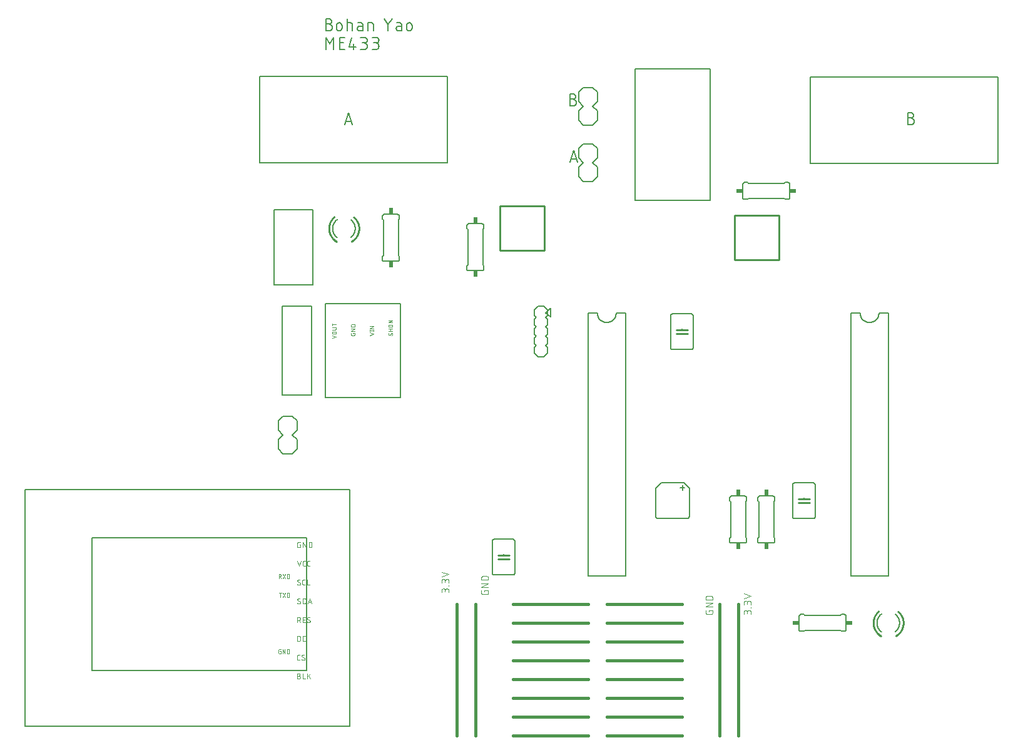
<source format=gto>
G75*
%MOIN*%
%OFA0B0*%
%FSLAX25Y25*%
%IPPOS*%
%LPD*%
%AMOC8*
5,1,8,0,0,1.08239X$1,22.5*
%
%ADD10C,0.00600*%
%ADD11C,0.01600*%
%ADD12C,0.00300*%
%ADD13C,0.00787*%
%ADD14C,0.00800*%
%ADD15C,0.00500*%
%ADD16C,0.00200*%
%ADD17C,0.01000*%
%ADD18R,0.02400X0.03400*%
%ADD19R,0.03400X0.02400*%
D10*
X0254000Y0098300D02*
X0254000Y0115300D01*
X0254002Y0115360D01*
X0254007Y0115421D01*
X0254016Y0115480D01*
X0254029Y0115539D01*
X0254045Y0115598D01*
X0254065Y0115655D01*
X0254088Y0115710D01*
X0254115Y0115765D01*
X0254144Y0115817D01*
X0254177Y0115868D01*
X0254213Y0115917D01*
X0254251Y0115963D01*
X0254293Y0116007D01*
X0254337Y0116049D01*
X0254383Y0116087D01*
X0254432Y0116123D01*
X0254483Y0116156D01*
X0254535Y0116185D01*
X0254590Y0116212D01*
X0254645Y0116235D01*
X0254702Y0116255D01*
X0254761Y0116271D01*
X0254820Y0116284D01*
X0254879Y0116293D01*
X0254940Y0116298D01*
X0255000Y0116300D01*
X0265000Y0116300D01*
X0265060Y0116298D01*
X0265121Y0116293D01*
X0265180Y0116284D01*
X0265239Y0116271D01*
X0265298Y0116255D01*
X0265355Y0116235D01*
X0265410Y0116212D01*
X0265465Y0116185D01*
X0265517Y0116156D01*
X0265568Y0116123D01*
X0265617Y0116087D01*
X0265663Y0116049D01*
X0265707Y0116007D01*
X0265749Y0115963D01*
X0265787Y0115917D01*
X0265823Y0115868D01*
X0265856Y0115817D01*
X0265885Y0115765D01*
X0265912Y0115710D01*
X0265935Y0115655D01*
X0265955Y0115598D01*
X0265971Y0115539D01*
X0265984Y0115480D01*
X0265993Y0115421D01*
X0265998Y0115360D01*
X0266000Y0115300D01*
X0266000Y0098300D01*
X0265998Y0098240D01*
X0265993Y0098179D01*
X0265984Y0098120D01*
X0265971Y0098061D01*
X0265955Y0098002D01*
X0265935Y0097945D01*
X0265912Y0097890D01*
X0265885Y0097835D01*
X0265856Y0097783D01*
X0265823Y0097732D01*
X0265787Y0097683D01*
X0265749Y0097637D01*
X0265707Y0097593D01*
X0265663Y0097551D01*
X0265617Y0097513D01*
X0265568Y0097477D01*
X0265517Y0097444D01*
X0265465Y0097415D01*
X0265410Y0097388D01*
X0265355Y0097365D01*
X0265298Y0097345D01*
X0265239Y0097329D01*
X0265180Y0097316D01*
X0265121Y0097307D01*
X0265060Y0097302D01*
X0265000Y0097300D01*
X0255000Y0097300D01*
X0254940Y0097302D01*
X0254879Y0097307D01*
X0254820Y0097316D01*
X0254761Y0097329D01*
X0254702Y0097345D01*
X0254645Y0097365D01*
X0254590Y0097388D01*
X0254535Y0097415D01*
X0254483Y0097444D01*
X0254432Y0097477D01*
X0254383Y0097513D01*
X0254337Y0097551D01*
X0254293Y0097593D01*
X0254251Y0097637D01*
X0254213Y0097683D01*
X0254177Y0097732D01*
X0254144Y0097783D01*
X0254115Y0097835D01*
X0254088Y0097890D01*
X0254065Y0097945D01*
X0254045Y0098002D01*
X0254029Y0098061D01*
X0254016Y0098120D01*
X0254007Y0098179D01*
X0254002Y0098240D01*
X0254000Y0098300D01*
X0260000Y0105300D02*
X0260000Y0105800D01*
X0260000Y0107800D02*
X0260000Y0108300D01*
X0305000Y0096800D02*
X0305000Y0236300D01*
X0305000Y0236800D02*
X0310000Y0236800D01*
X0310002Y0236660D01*
X0310008Y0236520D01*
X0310018Y0236380D01*
X0310031Y0236240D01*
X0310049Y0236101D01*
X0310071Y0235962D01*
X0310096Y0235825D01*
X0310125Y0235687D01*
X0310158Y0235551D01*
X0310195Y0235416D01*
X0310236Y0235282D01*
X0310281Y0235149D01*
X0310329Y0235017D01*
X0310381Y0234887D01*
X0310436Y0234758D01*
X0310495Y0234631D01*
X0310558Y0234505D01*
X0310624Y0234381D01*
X0310693Y0234260D01*
X0310766Y0234140D01*
X0310843Y0234022D01*
X0310922Y0233907D01*
X0311005Y0233793D01*
X0311091Y0233683D01*
X0311180Y0233574D01*
X0311272Y0233468D01*
X0311367Y0233365D01*
X0311464Y0233264D01*
X0311565Y0233167D01*
X0311668Y0233072D01*
X0311774Y0232980D01*
X0311883Y0232891D01*
X0311993Y0232805D01*
X0312107Y0232722D01*
X0312222Y0232643D01*
X0312340Y0232566D01*
X0312460Y0232493D01*
X0312581Y0232424D01*
X0312705Y0232358D01*
X0312831Y0232295D01*
X0312958Y0232236D01*
X0313087Y0232181D01*
X0313217Y0232129D01*
X0313349Y0232081D01*
X0313482Y0232036D01*
X0313616Y0231995D01*
X0313751Y0231958D01*
X0313887Y0231925D01*
X0314025Y0231896D01*
X0314162Y0231871D01*
X0314301Y0231849D01*
X0314440Y0231831D01*
X0314580Y0231818D01*
X0314720Y0231808D01*
X0314860Y0231802D01*
X0315000Y0231800D01*
X0315140Y0231802D01*
X0315280Y0231808D01*
X0315420Y0231818D01*
X0315560Y0231831D01*
X0315699Y0231849D01*
X0315838Y0231871D01*
X0315975Y0231896D01*
X0316113Y0231925D01*
X0316249Y0231958D01*
X0316384Y0231995D01*
X0316518Y0232036D01*
X0316651Y0232081D01*
X0316783Y0232129D01*
X0316913Y0232181D01*
X0317042Y0232236D01*
X0317169Y0232295D01*
X0317295Y0232358D01*
X0317419Y0232424D01*
X0317540Y0232493D01*
X0317660Y0232566D01*
X0317778Y0232643D01*
X0317893Y0232722D01*
X0318007Y0232805D01*
X0318117Y0232891D01*
X0318226Y0232980D01*
X0318332Y0233072D01*
X0318435Y0233167D01*
X0318536Y0233264D01*
X0318633Y0233365D01*
X0318728Y0233468D01*
X0318820Y0233574D01*
X0318909Y0233683D01*
X0318995Y0233793D01*
X0319078Y0233907D01*
X0319157Y0234022D01*
X0319234Y0234140D01*
X0319307Y0234260D01*
X0319376Y0234381D01*
X0319442Y0234505D01*
X0319505Y0234631D01*
X0319564Y0234758D01*
X0319619Y0234887D01*
X0319671Y0235017D01*
X0319719Y0235149D01*
X0319764Y0235282D01*
X0319805Y0235416D01*
X0319842Y0235551D01*
X0319875Y0235687D01*
X0319904Y0235825D01*
X0319929Y0235962D01*
X0319951Y0236101D01*
X0319969Y0236240D01*
X0319982Y0236380D01*
X0319992Y0236520D01*
X0319998Y0236660D01*
X0320000Y0236800D01*
X0325000Y0236800D01*
X0325000Y0096800D01*
X0305000Y0096800D01*
X0341000Y0128800D02*
X0341000Y0143300D01*
X0344000Y0146300D01*
X0356000Y0146300D01*
X0359000Y0143300D01*
X0359000Y0128800D01*
X0358998Y0128724D01*
X0358992Y0128648D01*
X0358983Y0128573D01*
X0358969Y0128498D01*
X0358952Y0128424D01*
X0358931Y0128351D01*
X0358907Y0128279D01*
X0358878Y0128208D01*
X0358847Y0128139D01*
X0358812Y0128072D01*
X0358773Y0128007D01*
X0358731Y0127943D01*
X0358686Y0127882D01*
X0358638Y0127823D01*
X0358587Y0127767D01*
X0358533Y0127713D01*
X0358477Y0127662D01*
X0358418Y0127614D01*
X0358357Y0127569D01*
X0358293Y0127527D01*
X0358228Y0127488D01*
X0358161Y0127453D01*
X0358092Y0127422D01*
X0358021Y0127393D01*
X0357949Y0127369D01*
X0357876Y0127348D01*
X0357802Y0127331D01*
X0357727Y0127317D01*
X0357652Y0127308D01*
X0357576Y0127302D01*
X0357500Y0127300D01*
X0342500Y0127300D01*
X0342424Y0127302D01*
X0342348Y0127308D01*
X0342273Y0127317D01*
X0342198Y0127331D01*
X0342124Y0127348D01*
X0342051Y0127369D01*
X0341979Y0127393D01*
X0341908Y0127422D01*
X0341839Y0127453D01*
X0341772Y0127488D01*
X0341707Y0127527D01*
X0341643Y0127569D01*
X0341582Y0127614D01*
X0341523Y0127662D01*
X0341467Y0127713D01*
X0341413Y0127767D01*
X0341362Y0127823D01*
X0341314Y0127882D01*
X0341269Y0127943D01*
X0341227Y0128007D01*
X0341188Y0128072D01*
X0341153Y0128139D01*
X0341122Y0128208D01*
X0341093Y0128279D01*
X0341069Y0128351D01*
X0341048Y0128424D01*
X0341031Y0128498D01*
X0341017Y0128573D01*
X0341008Y0128648D01*
X0341002Y0128724D01*
X0341000Y0128800D01*
X0355400Y0142500D02*
X0355400Y0145100D01*
X0356600Y0143800D02*
X0354100Y0143800D01*
X0380500Y0138300D02*
X0380500Y0136800D01*
X0381000Y0136300D01*
X0381000Y0117300D01*
X0380500Y0116800D01*
X0380500Y0115300D01*
X0380502Y0115240D01*
X0380507Y0115179D01*
X0380516Y0115120D01*
X0380529Y0115061D01*
X0380545Y0115002D01*
X0380565Y0114945D01*
X0380588Y0114890D01*
X0380615Y0114835D01*
X0380644Y0114783D01*
X0380677Y0114732D01*
X0380713Y0114683D01*
X0380751Y0114637D01*
X0380793Y0114593D01*
X0380837Y0114551D01*
X0380883Y0114513D01*
X0380932Y0114477D01*
X0380983Y0114444D01*
X0381035Y0114415D01*
X0381090Y0114388D01*
X0381145Y0114365D01*
X0381202Y0114345D01*
X0381261Y0114329D01*
X0381320Y0114316D01*
X0381379Y0114307D01*
X0381440Y0114302D01*
X0381500Y0114300D01*
X0388500Y0114300D01*
X0388560Y0114302D01*
X0388621Y0114307D01*
X0388680Y0114316D01*
X0388739Y0114329D01*
X0388798Y0114345D01*
X0388855Y0114365D01*
X0388910Y0114388D01*
X0388965Y0114415D01*
X0389017Y0114444D01*
X0389068Y0114477D01*
X0389117Y0114513D01*
X0389163Y0114551D01*
X0389207Y0114593D01*
X0389249Y0114637D01*
X0389287Y0114683D01*
X0389323Y0114732D01*
X0389356Y0114783D01*
X0389385Y0114835D01*
X0389412Y0114890D01*
X0389435Y0114945D01*
X0389455Y0115002D01*
X0389471Y0115061D01*
X0389484Y0115120D01*
X0389493Y0115179D01*
X0389498Y0115240D01*
X0389500Y0115300D01*
X0389500Y0116800D01*
X0389000Y0117300D01*
X0389000Y0136300D01*
X0389500Y0136800D01*
X0389500Y0138300D01*
X0389498Y0138360D01*
X0389493Y0138421D01*
X0389484Y0138480D01*
X0389471Y0138539D01*
X0389455Y0138598D01*
X0389435Y0138655D01*
X0389412Y0138710D01*
X0389385Y0138765D01*
X0389356Y0138817D01*
X0389323Y0138868D01*
X0389287Y0138917D01*
X0389249Y0138963D01*
X0389207Y0139007D01*
X0389163Y0139049D01*
X0389117Y0139087D01*
X0389068Y0139123D01*
X0389017Y0139156D01*
X0388965Y0139185D01*
X0388910Y0139212D01*
X0388855Y0139235D01*
X0388798Y0139255D01*
X0388739Y0139271D01*
X0388680Y0139284D01*
X0388621Y0139293D01*
X0388560Y0139298D01*
X0388500Y0139300D01*
X0381500Y0139300D01*
X0381440Y0139298D01*
X0381379Y0139293D01*
X0381320Y0139284D01*
X0381261Y0139271D01*
X0381202Y0139255D01*
X0381145Y0139235D01*
X0381090Y0139212D01*
X0381035Y0139185D01*
X0380983Y0139156D01*
X0380932Y0139123D01*
X0380883Y0139087D01*
X0380837Y0139049D01*
X0380793Y0139007D01*
X0380751Y0138963D01*
X0380713Y0138917D01*
X0380677Y0138868D01*
X0380644Y0138817D01*
X0380615Y0138765D01*
X0380588Y0138710D01*
X0380565Y0138655D01*
X0380545Y0138598D01*
X0380529Y0138539D01*
X0380516Y0138480D01*
X0380507Y0138421D01*
X0380502Y0138360D01*
X0380500Y0138300D01*
X0395500Y0138300D02*
X0395500Y0136800D01*
X0396000Y0136300D01*
X0396000Y0117300D01*
X0395500Y0116800D01*
X0395500Y0115300D01*
X0395502Y0115240D01*
X0395507Y0115179D01*
X0395516Y0115120D01*
X0395529Y0115061D01*
X0395545Y0115002D01*
X0395565Y0114945D01*
X0395588Y0114890D01*
X0395615Y0114835D01*
X0395644Y0114783D01*
X0395677Y0114732D01*
X0395713Y0114683D01*
X0395751Y0114637D01*
X0395793Y0114593D01*
X0395837Y0114551D01*
X0395883Y0114513D01*
X0395932Y0114477D01*
X0395983Y0114444D01*
X0396035Y0114415D01*
X0396090Y0114388D01*
X0396145Y0114365D01*
X0396202Y0114345D01*
X0396261Y0114329D01*
X0396320Y0114316D01*
X0396379Y0114307D01*
X0396440Y0114302D01*
X0396500Y0114300D01*
X0403500Y0114300D01*
X0403560Y0114302D01*
X0403621Y0114307D01*
X0403680Y0114316D01*
X0403739Y0114329D01*
X0403798Y0114345D01*
X0403855Y0114365D01*
X0403910Y0114388D01*
X0403965Y0114415D01*
X0404017Y0114444D01*
X0404068Y0114477D01*
X0404117Y0114513D01*
X0404163Y0114551D01*
X0404207Y0114593D01*
X0404249Y0114637D01*
X0404287Y0114683D01*
X0404323Y0114732D01*
X0404356Y0114783D01*
X0404385Y0114835D01*
X0404412Y0114890D01*
X0404435Y0114945D01*
X0404455Y0115002D01*
X0404471Y0115061D01*
X0404484Y0115120D01*
X0404493Y0115179D01*
X0404498Y0115240D01*
X0404500Y0115300D01*
X0404500Y0116800D01*
X0404000Y0117300D01*
X0404000Y0136300D01*
X0404500Y0136800D01*
X0404500Y0138300D01*
X0404498Y0138360D01*
X0404493Y0138421D01*
X0404484Y0138480D01*
X0404471Y0138539D01*
X0404455Y0138598D01*
X0404435Y0138655D01*
X0404412Y0138710D01*
X0404385Y0138765D01*
X0404356Y0138817D01*
X0404323Y0138868D01*
X0404287Y0138917D01*
X0404249Y0138963D01*
X0404207Y0139007D01*
X0404163Y0139049D01*
X0404117Y0139087D01*
X0404068Y0139123D01*
X0404017Y0139156D01*
X0403965Y0139185D01*
X0403910Y0139212D01*
X0403855Y0139235D01*
X0403798Y0139255D01*
X0403739Y0139271D01*
X0403680Y0139284D01*
X0403621Y0139293D01*
X0403560Y0139298D01*
X0403500Y0139300D01*
X0396500Y0139300D01*
X0396440Y0139298D01*
X0396379Y0139293D01*
X0396320Y0139284D01*
X0396261Y0139271D01*
X0396202Y0139255D01*
X0396145Y0139235D01*
X0396090Y0139212D01*
X0396035Y0139185D01*
X0395983Y0139156D01*
X0395932Y0139123D01*
X0395883Y0139087D01*
X0395837Y0139049D01*
X0395793Y0139007D01*
X0395751Y0138963D01*
X0395713Y0138917D01*
X0395677Y0138868D01*
X0395644Y0138817D01*
X0395615Y0138765D01*
X0395588Y0138710D01*
X0395565Y0138655D01*
X0395545Y0138598D01*
X0395529Y0138539D01*
X0395516Y0138480D01*
X0395507Y0138421D01*
X0395502Y0138360D01*
X0395500Y0138300D01*
X0414000Y0145300D02*
X0414000Y0128300D01*
X0414002Y0128240D01*
X0414007Y0128179D01*
X0414016Y0128120D01*
X0414029Y0128061D01*
X0414045Y0128002D01*
X0414065Y0127945D01*
X0414088Y0127890D01*
X0414115Y0127835D01*
X0414144Y0127783D01*
X0414177Y0127732D01*
X0414213Y0127683D01*
X0414251Y0127637D01*
X0414293Y0127593D01*
X0414337Y0127551D01*
X0414383Y0127513D01*
X0414432Y0127477D01*
X0414483Y0127444D01*
X0414535Y0127415D01*
X0414590Y0127388D01*
X0414645Y0127365D01*
X0414702Y0127345D01*
X0414761Y0127329D01*
X0414820Y0127316D01*
X0414879Y0127307D01*
X0414940Y0127302D01*
X0415000Y0127300D01*
X0425000Y0127300D01*
X0425060Y0127302D01*
X0425121Y0127307D01*
X0425180Y0127316D01*
X0425239Y0127329D01*
X0425298Y0127345D01*
X0425355Y0127365D01*
X0425410Y0127388D01*
X0425465Y0127415D01*
X0425517Y0127444D01*
X0425568Y0127477D01*
X0425617Y0127513D01*
X0425663Y0127551D01*
X0425707Y0127593D01*
X0425749Y0127637D01*
X0425787Y0127683D01*
X0425823Y0127732D01*
X0425856Y0127783D01*
X0425885Y0127835D01*
X0425912Y0127890D01*
X0425935Y0127945D01*
X0425955Y0128002D01*
X0425971Y0128061D01*
X0425984Y0128120D01*
X0425993Y0128179D01*
X0425998Y0128240D01*
X0426000Y0128300D01*
X0426000Y0145300D01*
X0425998Y0145360D01*
X0425993Y0145421D01*
X0425984Y0145480D01*
X0425971Y0145539D01*
X0425955Y0145598D01*
X0425935Y0145655D01*
X0425912Y0145710D01*
X0425885Y0145765D01*
X0425856Y0145817D01*
X0425823Y0145868D01*
X0425787Y0145917D01*
X0425749Y0145963D01*
X0425707Y0146007D01*
X0425663Y0146049D01*
X0425617Y0146087D01*
X0425568Y0146123D01*
X0425517Y0146156D01*
X0425465Y0146185D01*
X0425410Y0146212D01*
X0425355Y0146235D01*
X0425298Y0146255D01*
X0425239Y0146271D01*
X0425180Y0146284D01*
X0425121Y0146293D01*
X0425060Y0146298D01*
X0425000Y0146300D01*
X0415000Y0146300D01*
X0414940Y0146298D01*
X0414879Y0146293D01*
X0414820Y0146284D01*
X0414761Y0146271D01*
X0414702Y0146255D01*
X0414645Y0146235D01*
X0414590Y0146212D01*
X0414535Y0146185D01*
X0414483Y0146156D01*
X0414432Y0146123D01*
X0414383Y0146087D01*
X0414337Y0146049D01*
X0414293Y0146007D01*
X0414251Y0145963D01*
X0414213Y0145917D01*
X0414177Y0145868D01*
X0414144Y0145817D01*
X0414115Y0145765D01*
X0414088Y0145710D01*
X0414065Y0145655D01*
X0414045Y0145598D01*
X0414029Y0145539D01*
X0414016Y0145480D01*
X0414007Y0145421D01*
X0414002Y0145360D01*
X0414000Y0145300D01*
X0420000Y0138300D02*
X0420000Y0137800D01*
X0420000Y0135800D02*
X0420000Y0135300D01*
X0445000Y0096800D02*
X0445000Y0236300D01*
X0445000Y0236800D02*
X0450000Y0236800D01*
X0450002Y0236660D01*
X0450008Y0236520D01*
X0450018Y0236380D01*
X0450031Y0236240D01*
X0450049Y0236101D01*
X0450071Y0235962D01*
X0450096Y0235825D01*
X0450125Y0235687D01*
X0450158Y0235551D01*
X0450195Y0235416D01*
X0450236Y0235282D01*
X0450281Y0235149D01*
X0450329Y0235017D01*
X0450381Y0234887D01*
X0450436Y0234758D01*
X0450495Y0234631D01*
X0450558Y0234505D01*
X0450624Y0234381D01*
X0450693Y0234260D01*
X0450766Y0234140D01*
X0450843Y0234022D01*
X0450922Y0233907D01*
X0451005Y0233793D01*
X0451091Y0233683D01*
X0451180Y0233574D01*
X0451272Y0233468D01*
X0451367Y0233365D01*
X0451464Y0233264D01*
X0451565Y0233167D01*
X0451668Y0233072D01*
X0451774Y0232980D01*
X0451883Y0232891D01*
X0451993Y0232805D01*
X0452107Y0232722D01*
X0452222Y0232643D01*
X0452340Y0232566D01*
X0452460Y0232493D01*
X0452581Y0232424D01*
X0452705Y0232358D01*
X0452831Y0232295D01*
X0452958Y0232236D01*
X0453087Y0232181D01*
X0453217Y0232129D01*
X0453349Y0232081D01*
X0453482Y0232036D01*
X0453616Y0231995D01*
X0453751Y0231958D01*
X0453887Y0231925D01*
X0454025Y0231896D01*
X0454162Y0231871D01*
X0454301Y0231849D01*
X0454440Y0231831D01*
X0454580Y0231818D01*
X0454720Y0231808D01*
X0454860Y0231802D01*
X0455000Y0231800D01*
X0455140Y0231802D01*
X0455280Y0231808D01*
X0455420Y0231818D01*
X0455560Y0231831D01*
X0455699Y0231849D01*
X0455838Y0231871D01*
X0455975Y0231896D01*
X0456113Y0231925D01*
X0456249Y0231958D01*
X0456384Y0231995D01*
X0456518Y0232036D01*
X0456651Y0232081D01*
X0456783Y0232129D01*
X0456913Y0232181D01*
X0457042Y0232236D01*
X0457169Y0232295D01*
X0457295Y0232358D01*
X0457419Y0232424D01*
X0457540Y0232493D01*
X0457660Y0232566D01*
X0457778Y0232643D01*
X0457893Y0232722D01*
X0458007Y0232805D01*
X0458117Y0232891D01*
X0458226Y0232980D01*
X0458332Y0233072D01*
X0458435Y0233167D01*
X0458536Y0233264D01*
X0458633Y0233365D01*
X0458728Y0233468D01*
X0458820Y0233574D01*
X0458909Y0233683D01*
X0458995Y0233793D01*
X0459078Y0233907D01*
X0459157Y0234022D01*
X0459234Y0234140D01*
X0459307Y0234260D01*
X0459376Y0234381D01*
X0459442Y0234505D01*
X0459505Y0234631D01*
X0459564Y0234758D01*
X0459619Y0234887D01*
X0459671Y0235017D01*
X0459719Y0235149D01*
X0459764Y0235282D01*
X0459805Y0235416D01*
X0459842Y0235551D01*
X0459875Y0235687D01*
X0459904Y0235825D01*
X0459929Y0235962D01*
X0459951Y0236101D01*
X0459969Y0236240D01*
X0459982Y0236380D01*
X0459992Y0236520D01*
X0459998Y0236660D01*
X0460000Y0236800D01*
X0465000Y0236800D01*
X0465000Y0096800D01*
X0445000Y0096800D01*
X0441500Y0076300D02*
X0440000Y0076300D01*
X0439500Y0075800D01*
X0420500Y0075800D01*
X0420000Y0076300D01*
X0418500Y0076300D01*
X0418440Y0076298D01*
X0418379Y0076293D01*
X0418320Y0076284D01*
X0418261Y0076271D01*
X0418202Y0076255D01*
X0418145Y0076235D01*
X0418090Y0076212D01*
X0418035Y0076185D01*
X0417983Y0076156D01*
X0417932Y0076123D01*
X0417883Y0076087D01*
X0417837Y0076049D01*
X0417793Y0076007D01*
X0417751Y0075963D01*
X0417713Y0075917D01*
X0417677Y0075868D01*
X0417644Y0075817D01*
X0417615Y0075765D01*
X0417588Y0075710D01*
X0417565Y0075655D01*
X0417545Y0075598D01*
X0417529Y0075539D01*
X0417516Y0075480D01*
X0417507Y0075421D01*
X0417502Y0075360D01*
X0417500Y0075300D01*
X0417500Y0068300D01*
X0417502Y0068240D01*
X0417507Y0068179D01*
X0417516Y0068120D01*
X0417529Y0068061D01*
X0417545Y0068002D01*
X0417565Y0067945D01*
X0417588Y0067890D01*
X0417615Y0067835D01*
X0417644Y0067783D01*
X0417677Y0067732D01*
X0417713Y0067683D01*
X0417751Y0067637D01*
X0417793Y0067593D01*
X0417837Y0067551D01*
X0417883Y0067513D01*
X0417932Y0067477D01*
X0417983Y0067444D01*
X0418035Y0067415D01*
X0418090Y0067388D01*
X0418145Y0067365D01*
X0418202Y0067345D01*
X0418261Y0067329D01*
X0418320Y0067316D01*
X0418379Y0067307D01*
X0418440Y0067302D01*
X0418500Y0067300D01*
X0420000Y0067300D01*
X0420500Y0067800D01*
X0439500Y0067800D01*
X0440000Y0067300D01*
X0441500Y0067300D01*
X0441560Y0067302D01*
X0441621Y0067307D01*
X0441680Y0067316D01*
X0441739Y0067329D01*
X0441798Y0067345D01*
X0441855Y0067365D01*
X0441910Y0067388D01*
X0441965Y0067415D01*
X0442017Y0067444D01*
X0442068Y0067477D01*
X0442117Y0067513D01*
X0442163Y0067551D01*
X0442207Y0067593D01*
X0442249Y0067637D01*
X0442287Y0067683D01*
X0442323Y0067732D01*
X0442356Y0067783D01*
X0442385Y0067835D01*
X0442412Y0067890D01*
X0442435Y0067945D01*
X0442455Y0068002D01*
X0442471Y0068061D01*
X0442484Y0068120D01*
X0442493Y0068179D01*
X0442498Y0068240D01*
X0442500Y0068300D01*
X0442500Y0075300D01*
X0442498Y0075360D01*
X0442493Y0075421D01*
X0442484Y0075480D01*
X0442471Y0075539D01*
X0442455Y0075598D01*
X0442435Y0075655D01*
X0442412Y0075710D01*
X0442385Y0075765D01*
X0442356Y0075817D01*
X0442323Y0075868D01*
X0442287Y0075917D01*
X0442249Y0075963D01*
X0442207Y0076007D01*
X0442163Y0076049D01*
X0442117Y0076087D01*
X0442068Y0076123D01*
X0442017Y0076156D01*
X0441965Y0076185D01*
X0441910Y0076212D01*
X0441855Y0076235D01*
X0441798Y0076255D01*
X0441739Y0076271D01*
X0441680Y0076284D01*
X0441621Y0076293D01*
X0441560Y0076298D01*
X0441500Y0076300D01*
X0468683Y0067064D02*
X0468802Y0067158D01*
X0468918Y0067256D01*
X0469032Y0067356D01*
X0469143Y0067460D01*
X0469251Y0067566D01*
X0469357Y0067674D01*
X0469459Y0067786D01*
X0469559Y0067900D01*
X0469657Y0068016D01*
X0469751Y0068135D01*
X0469842Y0068256D01*
X0469930Y0068380D01*
X0470015Y0068506D01*
X0470096Y0068633D01*
X0470175Y0068763D01*
X0470250Y0068895D01*
X0470321Y0069028D01*
X0470390Y0069164D01*
X0470455Y0069301D01*
X0470516Y0069439D01*
X0470574Y0069580D01*
X0470628Y0069721D01*
X0470679Y0069864D01*
X0470726Y0070008D01*
X0470770Y0070153D01*
X0470809Y0070300D01*
X0470845Y0070447D01*
X0470878Y0070595D01*
X0470906Y0070744D01*
X0470931Y0070894D01*
X0470952Y0071044D01*
X0470969Y0071194D01*
X0470983Y0071346D01*
X0470992Y0071497D01*
X0470998Y0071648D01*
X0471000Y0071800D01*
X0461400Y0067000D02*
X0461281Y0067092D01*
X0461164Y0067186D01*
X0461050Y0067284D01*
X0460938Y0067384D01*
X0460828Y0067488D01*
X0460722Y0067593D01*
X0460617Y0067702D01*
X0460516Y0067813D01*
X0460418Y0067927D01*
X0460322Y0068043D01*
X0460229Y0068161D01*
X0460140Y0068282D01*
X0460053Y0068405D01*
X0459970Y0068530D01*
X0459889Y0068657D01*
X0459812Y0068786D01*
X0459738Y0068917D01*
X0459667Y0069050D01*
X0459600Y0069184D01*
X0459536Y0069320D01*
X0459476Y0069458D01*
X0459419Y0069597D01*
X0459366Y0069738D01*
X0459316Y0069880D01*
X0459269Y0070023D01*
X0459227Y0070167D01*
X0459187Y0070312D01*
X0459152Y0070458D01*
X0459120Y0070605D01*
X0459092Y0070753D01*
X0459068Y0070901D01*
X0459047Y0071050D01*
X0459030Y0071200D01*
X0459017Y0071349D01*
X0459008Y0071499D01*
X0459002Y0071650D01*
X0459000Y0071800D01*
X0468683Y0076536D02*
X0468802Y0076442D01*
X0468918Y0076344D01*
X0469032Y0076244D01*
X0469143Y0076140D01*
X0469251Y0076034D01*
X0469357Y0075926D01*
X0469459Y0075814D01*
X0469559Y0075700D01*
X0469657Y0075584D01*
X0469751Y0075465D01*
X0469842Y0075344D01*
X0469930Y0075220D01*
X0470015Y0075094D01*
X0470096Y0074967D01*
X0470175Y0074837D01*
X0470250Y0074705D01*
X0470321Y0074572D01*
X0470390Y0074436D01*
X0470455Y0074299D01*
X0470516Y0074161D01*
X0470574Y0074020D01*
X0470628Y0073879D01*
X0470679Y0073736D01*
X0470726Y0073592D01*
X0470770Y0073447D01*
X0470809Y0073300D01*
X0470845Y0073153D01*
X0470878Y0073005D01*
X0470906Y0072856D01*
X0470931Y0072706D01*
X0470952Y0072556D01*
X0470969Y0072406D01*
X0470983Y0072254D01*
X0470992Y0072103D01*
X0470998Y0071952D01*
X0471000Y0071800D01*
X0461513Y0076682D02*
X0461388Y0076591D01*
X0461266Y0076497D01*
X0461147Y0076399D01*
X0461030Y0076299D01*
X0460916Y0076195D01*
X0460804Y0076089D01*
X0460696Y0075980D01*
X0460590Y0075868D01*
X0460487Y0075753D01*
X0460387Y0075636D01*
X0460289Y0075516D01*
X0460196Y0075394D01*
X0460105Y0075270D01*
X0460017Y0075143D01*
X0459933Y0075014D01*
X0459852Y0074882D01*
X0459775Y0074749D01*
X0459701Y0074614D01*
X0459630Y0074477D01*
X0459563Y0074338D01*
X0459500Y0074198D01*
X0459440Y0074055D01*
X0459384Y0073912D01*
X0459332Y0073767D01*
X0459283Y0073621D01*
X0459238Y0073473D01*
X0459197Y0073325D01*
X0459160Y0073175D01*
X0459126Y0073025D01*
X0459097Y0072873D01*
X0459071Y0072721D01*
X0459049Y0072569D01*
X0459032Y0072416D01*
X0459018Y0072262D01*
X0459008Y0072108D01*
X0459002Y0071954D01*
X0459000Y0071800D01*
X0360000Y0217300D02*
X0350000Y0217300D01*
X0349940Y0217302D01*
X0349879Y0217307D01*
X0349820Y0217316D01*
X0349761Y0217329D01*
X0349702Y0217345D01*
X0349645Y0217365D01*
X0349590Y0217388D01*
X0349535Y0217415D01*
X0349483Y0217444D01*
X0349432Y0217477D01*
X0349383Y0217513D01*
X0349337Y0217551D01*
X0349293Y0217593D01*
X0349251Y0217637D01*
X0349213Y0217683D01*
X0349177Y0217732D01*
X0349144Y0217783D01*
X0349115Y0217835D01*
X0349088Y0217890D01*
X0349065Y0217945D01*
X0349045Y0218002D01*
X0349029Y0218061D01*
X0349016Y0218120D01*
X0349007Y0218179D01*
X0349002Y0218240D01*
X0349000Y0218300D01*
X0349000Y0235300D01*
X0349002Y0235360D01*
X0349007Y0235421D01*
X0349016Y0235480D01*
X0349029Y0235539D01*
X0349045Y0235598D01*
X0349065Y0235655D01*
X0349088Y0235710D01*
X0349115Y0235765D01*
X0349144Y0235817D01*
X0349177Y0235868D01*
X0349213Y0235917D01*
X0349251Y0235963D01*
X0349293Y0236007D01*
X0349337Y0236049D01*
X0349383Y0236087D01*
X0349432Y0236123D01*
X0349483Y0236156D01*
X0349535Y0236185D01*
X0349590Y0236212D01*
X0349645Y0236235D01*
X0349702Y0236255D01*
X0349761Y0236271D01*
X0349820Y0236284D01*
X0349879Y0236293D01*
X0349940Y0236298D01*
X0350000Y0236300D01*
X0360000Y0236300D01*
X0360060Y0236298D01*
X0360121Y0236293D01*
X0360180Y0236284D01*
X0360239Y0236271D01*
X0360298Y0236255D01*
X0360355Y0236235D01*
X0360410Y0236212D01*
X0360465Y0236185D01*
X0360517Y0236156D01*
X0360568Y0236123D01*
X0360617Y0236087D01*
X0360663Y0236049D01*
X0360707Y0236007D01*
X0360749Y0235963D01*
X0360787Y0235917D01*
X0360823Y0235868D01*
X0360856Y0235817D01*
X0360885Y0235765D01*
X0360912Y0235710D01*
X0360935Y0235655D01*
X0360955Y0235598D01*
X0360971Y0235539D01*
X0360984Y0235480D01*
X0360993Y0235421D01*
X0360998Y0235360D01*
X0361000Y0235300D01*
X0361000Y0218300D01*
X0360998Y0218240D01*
X0360993Y0218179D01*
X0360984Y0218120D01*
X0360971Y0218061D01*
X0360955Y0218002D01*
X0360935Y0217945D01*
X0360912Y0217890D01*
X0360885Y0217835D01*
X0360856Y0217783D01*
X0360823Y0217732D01*
X0360787Y0217683D01*
X0360749Y0217637D01*
X0360707Y0217593D01*
X0360663Y0217551D01*
X0360617Y0217513D01*
X0360568Y0217477D01*
X0360517Y0217444D01*
X0360465Y0217415D01*
X0360410Y0217388D01*
X0360355Y0217365D01*
X0360298Y0217345D01*
X0360239Y0217329D01*
X0360180Y0217316D01*
X0360121Y0217307D01*
X0360060Y0217302D01*
X0360000Y0217300D01*
X0355000Y0225300D02*
X0355000Y0225800D01*
X0355000Y0227800D02*
X0355000Y0228300D01*
X0285000Y0234800D02*
X0282500Y0236800D01*
X0285000Y0239300D01*
X0285000Y0234800D01*
X0249500Y0260300D02*
X0249500Y0261800D01*
X0249000Y0262300D01*
X0249000Y0281300D01*
X0249500Y0281800D01*
X0249500Y0283300D01*
X0249498Y0283360D01*
X0249493Y0283421D01*
X0249484Y0283480D01*
X0249471Y0283539D01*
X0249455Y0283598D01*
X0249435Y0283655D01*
X0249412Y0283710D01*
X0249385Y0283765D01*
X0249356Y0283817D01*
X0249323Y0283868D01*
X0249287Y0283917D01*
X0249249Y0283963D01*
X0249207Y0284007D01*
X0249163Y0284049D01*
X0249117Y0284087D01*
X0249068Y0284123D01*
X0249017Y0284156D01*
X0248965Y0284185D01*
X0248910Y0284212D01*
X0248855Y0284235D01*
X0248798Y0284255D01*
X0248739Y0284271D01*
X0248680Y0284284D01*
X0248621Y0284293D01*
X0248560Y0284298D01*
X0248500Y0284300D01*
X0241500Y0284300D01*
X0241440Y0284298D01*
X0241379Y0284293D01*
X0241320Y0284284D01*
X0241261Y0284271D01*
X0241202Y0284255D01*
X0241145Y0284235D01*
X0241090Y0284212D01*
X0241035Y0284185D01*
X0240983Y0284156D01*
X0240932Y0284123D01*
X0240883Y0284087D01*
X0240837Y0284049D01*
X0240793Y0284007D01*
X0240751Y0283963D01*
X0240713Y0283917D01*
X0240677Y0283868D01*
X0240644Y0283817D01*
X0240615Y0283765D01*
X0240588Y0283710D01*
X0240565Y0283655D01*
X0240545Y0283598D01*
X0240529Y0283539D01*
X0240516Y0283480D01*
X0240507Y0283421D01*
X0240502Y0283360D01*
X0240500Y0283300D01*
X0240500Y0281800D01*
X0241000Y0281300D01*
X0241000Y0262300D01*
X0240500Y0261800D01*
X0240500Y0260300D01*
X0240502Y0260240D01*
X0240507Y0260179D01*
X0240516Y0260120D01*
X0240529Y0260061D01*
X0240545Y0260002D01*
X0240565Y0259945D01*
X0240588Y0259890D01*
X0240615Y0259835D01*
X0240644Y0259783D01*
X0240677Y0259732D01*
X0240713Y0259683D01*
X0240751Y0259637D01*
X0240793Y0259593D01*
X0240837Y0259551D01*
X0240883Y0259513D01*
X0240932Y0259477D01*
X0240983Y0259444D01*
X0241035Y0259415D01*
X0241090Y0259388D01*
X0241145Y0259365D01*
X0241202Y0259345D01*
X0241261Y0259329D01*
X0241320Y0259316D01*
X0241379Y0259307D01*
X0241440Y0259302D01*
X0241500Y0259300D01*
X0248500Y0259300D01*
X0248560Y0259302D01*
X0248621Y0259307D01*
X0248680Y0259316D01*
X0248739Y0259329D01*
X0248798Y0259345D01*
X0248855Y0259365D01*
X0248910Y0259388D01*
X0248965Y0259415D01*
X0249017Y0259444D01*
X0249068Y0259477D01*
X0249117Y0259513D01*
X0249163Y0259551D01*
X0249207Y0259593D01*
X0249249Y0259637D01*
X0249287Y0259683D01*
X0249323Y0259732D01*
X0249356Y0259783D01*
X0249385Y0259835D01*
X0249412Y0259890D01*
X0249435Y0259945D01*
X0249455Y0260002D01*
X0249471Y0260061D01*
X0249484Y0260120D01*
X0249493Y0260179D01*
X0249498Y0260240D01*
X0249500Y0260300D01*
X0204500Y0265300D02*
X0204500Y0266800D01*
X0204000Y0267300D01*
X0204000Y0286300D01*
X0204500Y0286800D01*
X0204500Y0288300D01*
X0204498Y0288360D01*
X0204493Y0288421D01*
X0204484Y0288480D01*
X0204471Y0288539D01*
X0204455Y0288598D01*
X0204435Y0288655D01*
X0204412Y0288710D01*
X0204385Y0288765D01*
X0204356Y0288817D01*
X0204323Y0288868D01*
X0204287Y0288917D01*
X0204249Y0288963D01*
X0204207Y0289007D01*
X0204163Y0289049D01*
X0204117Y0289087D01*
X0204068Y0289123D01*
X0204017Y0289156D01*
X0203965Y0289185D01*
X0203910Y0289212D01*
X0203855Y0289235D01*
X0203798Y0289255D01*
X0203739Y0289271D01*
X0203680Y0289284D01*
X0203621Y0289293D01*
X0203560Y0289298D01*
X0203500Y0289300D01*
X0196500Y0289300D01*
X0196440Y0289298D01*
X0196379Y0289293D01*
X0196320Y0289284D01*
X0196261Y0289271D01*
X0196202Y0289255D01*
X0196145Y0289235D01*
X0196090Y0289212D01*
X0196035Y0289185D01*
X0195983Y0289156D01*
X0195932Y0289123D01*
X0195883Y0289087D01*
X0195837Y0289049D01*
X0195793Y0289007D01*
X0195751Y0288963D01*
X0195713Y0288917D01*
X0195677Y0288868D01*
X0195644Y0288817D01*
X0195615Y0288765D01*
X0195588Y0288710D01*
X0195565Y0288655D01*
X0195545Y0288598D01*
X0195529Y0288539D01*
X0195516Y0288480D01*
X0195507Y0288421D01*
X0195502Y0288360D01*
X0195500Y0288300D01*
X0195500Y0286800D01*
X0196000Y0286300D01*
X0196000Y0267300D01*
X0195500Y0266800D01*
X0195500Y0265300D01*
X0195502Y0265240D01*
X0195507Y0265179D01*
X0195516Y0265120D01*
X0195529Y0265061D01*
X0195545Y0265002D01*
X0195565Y0264945D01*
X0195588Y0264890D01*
X0195615Y0264835D01*
X0195644Y0264783D01*
X0195677Y0264732D01*
X0195713Y0264683D01*
X0195751Y0264637D01*
X0195793Y0264593D01*
X0195837Y0264551D01*
X0195883Y0264513D01*
X0195932Y0264477D01*
X0195983Y0264444D01*
X0196035Y0264415D01*
X0196090Y0264388D01*
X0196145Y0264365D01*
X0196202Y0264345D01*
X0196261Y0264329D01*
X0196320Y0264316D01*
X0196379Y0264307D01*
X0196440Y0264302D01*
X0196500Y0264300D01*
X0203500Y0264300D01*
X0203560Y0264302D01*
X0203621Y0264307D01*
X0203680Y0264316D01*
X0203739Y0264329D01*
X0203798Y0264345D01*
X0203855Y0264365D01*
X0203910Y0264388D01*
X0203965Y0264415D01*
X0204017Y0264444D01*
X0204068Y0264477D01*
X0204117Y0264513D01*
X0204163Y0264551D01*
X0204207Y0264593D01*
X0204249Y0264637D01*
X0204287Y0264683D01*
X0204323Y0264732D01*
X0204356Y0264783D01*
X0204385Y0264835D01*
X0204412Y0264890D01*
X0204435Y0264945D01*
X0204455Y0265002D01*
X0204471Y0265061D01*
X0204484Y0265120D01*
X0204493Y0265179D01*
X0204498Y0265240D01*
X0204500Y0265300D01*
X0169000Y0281800D02*
X0169002Y0281954D01*
X0169008Y0282108D01*
X0169018Y0282262D01*
X0169032Y0282416D01*
X0169049Y0282569D01*
X0169071Y0282721D01*
X0169097Y0282873D01*
X0169126Y0283025D01*
X0169160Y0283175D01*
X0169197Y0283325D01*
X0169238Y0283473D01*
X0169283Y0283621D01*
X0169332Y0283767D01*
X0169384Y0283912D01*
X0169440Y0284055D01*
X0169500Y0284198D01*
X0169563Y0284338D01*
X0169630Y0284477D01*
X0169701Y0284614D01*
X0169775Y0284749D01*
X0169852Y0284882D01*
X0169933Y0285014D01*
X0170017Y0285143D01*
X0170105Y0285270D01*
X0170196Y0285394D01*
X0170289Y0285516D01*
X0170387Y0285636D01*
X0170487Y0285753D01*
X0170590Y0285868D01*
X0170696Y0285980D01*
X0170804Y0286089D01*
X0170916Y0286195D01*
X0171030Y0286299D01*
X0171147Y0286399D01*
X0171266Y0286497D01*
X0171388Y0286591D01*
X0171513Y0286682D01*
X0181000Y0281800D02*
X0180998Y0281648D01*
X0180992Y0281497D01*
X0180983Y0281346D01*
X0180969Y0281194D01*
X0180952Y0281044D01*
X0180931Y0280894D01*
X0180906Y0280744D01*
X0180878Y0280595D01*
X0180845Y0280447D01*
X0180809Y0280300D01*
X0180770Y0280153D01*
X0180726Y0280008D01*
X0180679Y0279864D01*
X0180628Y0279721D01*
X0180574Y0279580D01*
X0180516Y0279439D01*
X0180455Y0279301D01*
X0180390Y0279164D01*
X0180321Y0279028D01*
X0180250Y0278895D01*
X0180175Y0278763D01*
X0180096Y0278633D01*
X0180015Y0278506D01*
X0179930Y0278380D01*
X0179842Y0278256D01*
X0179751Y0278135D01*
X0179657Y0278016D01*
X0179559Y0277900D01*
X0179459Y0277786D01*
X0179357Y0277674D01*
X0179251Y0277566D01*
X0179143Y0277460D01*
X0179032Y0277356D01*
X0178918Y0277256D01*
X0178802Y0277158D01*
X0178683Y0277064D01*
X0181000Y0281800D02*
X0180998Y0281952D01*
X0180992Y0282103D01*
X0180983Y0282254D01*
X0180969Y0282406D01*
X0180952Y0282556D01*
X0180931Y0282706D01*
X0180906Y0282856D01*
X0180878Y0283005D01*
X0180845Y0283153D01*
X0180809Y0283300D01*
X0180770Y0283447D01*
X0180726Y0283592D01*
X0180679Y0283736D01*
X0180628Y0283879D01*
X0180574Y0284020D01*
X0180516Y0284161D01*
X0180455Y0284299D01*
X0180390Y0284436D01*
X0180321Y0284572D01*
X0180250Y0284705D01*
X0180175Y0284837D01*
X0180096Y0284967D01*
X0180015Y0285094D01*
X0179930Y0285220D01*
X0179842Y0285344D01*
X0179751Y0285465D01*
X0179657Y0285584D01*
X0179559Y0285700D01*
X0179459Y0285814D01*
X0179357Y0285926D01*
X0179251Y0286034D01*
X0179143Y0286140D01*
X0179032Y0286244D01*
X0178918Y0286344D01*
X0178802Y0286442D01*
X0178683Y0286536D01*
X0169000Y0281800D02*
X0169002Y0281650D01*
X0169008Y0281499D01*
X0169017Y0281349D01*
X0169030Y0281200D01*
X0169047Y0281050D01*
X0169068Y0280901D01*
X0169092Y0280753D01*
X0169120Y0280605D01*
X0169152Y0280458D01*
X0169187Y0280312D01*
X0169227Y0280167D01*
X0169269Y0280023D01*
X0169316Y0279880D01*
X0169366Y0279738D01*
X0169419Y0279597D01*
X0169476Y0279458D01*
X0169536Y0279320D01*
X0169600Y0279184D01*
X0169667Y0279050D01*
X0169738Y0278917D01*
X0169812Y0278786D01*
X0169889Y0278657D01*
X0169970Y0278530D01*
X0170053Y0278405D01*
X0170140Y0278282D01*
X0170229Y0278161D01*
X0170322Y0278043D01*
X0170418Y0277927D01*
X0170516Y0277813D01*
X0170617Y0277702D01*
X0170722Y0277593D01*
X0170828Y0277488D01*
X0170938Y0277384D01*
X0171050Y0277284D01*
X0171164Y0277186D01*
X0171281Y0277092D01*
X0171400Y0277000D01*
X0130000Y0316800D02*
X0230000Y0316800D01*
X0230000Y0362800D01*
X0130000Y0362800D01*
X0130000Y0316800D01*
X0175300Y0337100D02*
X0177433Y0343500D01*
X0179567Y0337100D01*
X0179033Y0338700D02*
X0175833Y0338700D01*
X0175486Y0377100D02*
X0172642Y0377100D01*
X0172642Y0383500D01*
X0175486Y0383500D01*
X0174775Y0380656D02*
X0172642Y0380656D01*
X0169567Y0383500D02*
X0169567Y0377100D01*
X0167433Y0379944D02*
X0169567Y0383500D01*
X0167433Y0379944D02*
X0165300Y0383500D01*
X0165300Y0377100D01*
X0177758Y0378522D02*
X0181314Y0378522D01*
X0180247Y0379944D02*
X0180247Y0377100D01*
X0177758Y0378522D02*
X0179181Y0383500D01*
X0179494Y0387100D02*
X0179494Y0390300D01*
X0179495Y0390300D02*
X0179493Y0390364D01*
X0179487Y0390429D01*
X0179478Y0390492D01*
X0179464Y0390555D01*
X0179447Y0390617D01*
X0179426Y0390678D01*
X0179401Y0390738D01*
X0179373Y0390796D01*
X0179341Y0390852D01*
X0179306Y0390906D01*
X0179268Y0390958D01*
X0179227Y0391008D01*
X0179182Y0391054D01*
X0179136Y0391099D01*
X0179086Y0391140D01*
X0179034Y0391178D01*
X0178980Y0391213D01*
X0178924Y0391245D01*
X0178866Y0391273D01*
X0178806Y0391298D01*
X0178745Y0391319D01*
X0178683Y0391336D01*
X0178620Y0391350D01*
X0178557Y0391359D01*
X0178492Y0391365D01*
X0178428Y0391367D01*
X0176650Y0391367D01*
X0176650Y0393500D02*
X0176650Y0387100D01*
X0173956Y0388522D02*
X0173956Y0389944D01*
X0173955Y0389944D02*
X0173953Y0390018D01*
X0173947Y0390093D01*
X0173937Y0390166D01*
X0173924Y0390240D01*
X0173907Y0390312D01*
X0173885Y0390383D01*
X0173861Y0390454D01*
X0173832Y0390522D01*
X0173800Y0390590D01*
X0173764Y0390655D01*
X0173726Y0390718D01*
X0173683Y0390780D01*
X0173638Y0390839D01*
X0173590Y0390896D01*
X0173539Y0390950D01*
X0173485Y0391001D01*
X0173428Y0391049D01*
X0173369Y0391094D01*
X0173307Y0391137D01*
X0173244Y0391175D01*
X0173179Y0391211D01*
X0173111Y0391243D01*
X0173043Y0391272D01*
X0172972Y0391296D01*
X0172901Y0391318D01*
X0172829Y0391335D01*
X0172755Y0391348D01*
X0172682Y0391358D01*
X0172607Y0391364D01*
X0172533Y0391366D01*
X0172459Y0391364D01*
X0172384Y0391358D01*
X0172311Y0391348D01*
X0172237Y0391335D01*
X0172165Y0391318D01*
X0172094Y0391296D01*
X0172023Y0391272D01*
X0171955Y0391243D01*
X0171887Y0391211D01*
X0171822Y0391175D01*
X0171759Y0391137D01*
X0171697Y0391094D01*
X0171638Y0391049D01*
X0171581Y0391001D01*
X0171527Y0390950D01*
X0171476Y0390896D01*
X0171428Y0390839D01*
X0171383Y0390780D01*
X0171340Y0390718D01*
X0171302Y0390655D01*
X0171266Y0390590D01*
X0171234Y0390522D01*
X0171205Y0390454D01*
X0171181Y0390383D01*
X0171159Y0390312D01*
X0171142Y0390240D01*
X0171129Y0390166D01*
X0171119Y0390093D01*
X0171113Y0390018D01*
X0171111Y0389944D01*
X0171111Y0388522D01*
X0171113Y0388448D01*
X0171119Y0388373D01*
X0171129Y0388300D01*
X0171142Y0388226D01*
X0171159Y0388154D01*
X0171181Y0388083D01*
X0171205Y0388012D01*
X0171234Y0387944D01*
X0171266Y0387876D01*
X0171302Y0387811D01*
X0171340Y0387748D01*
X0171383Y0387686D01*
X0171428Y0387627D01*
X0171476Y0387570D01*
X0171527Y0387516D01*
X0171581Y0387465D01*
X0171638Y0387417D01*
X0171697Y0387372D01*
X0171759Y0387329D01*
X0171822Y0387291D01*
X0171887Y0387255D01*
X0171955Y0387223D01*
X0172023Y0387194D01*
X0172094Y0387170D01*
X0172165Y0387148D01*
X0172237Y0387131D01*
X0172311Y0387118D01*
X0172384Y0387108D01*
X0172459Y0387102D01*
X0172533Y0387100D01*
X0172607Y0387102D01*
X0172682Y0387108D01*
X0172755Y0387118D01*
X0172829Y0387131D01*
X0172901Y0387148D01*
X0172972Y0387170D01*
X0173043Y0387194D01*
X0173111Y0387223D01*
X0173179Y0387255D01*
X0173244Y0387291D01*
X0173307Y0387329D01*
X0173369Y0387372D01*
X0173428Y0387417D01*
X0173485Y0387465D01*
X0173539Y0387516D01*
X0173590Y0387570D01*
X0173638Y0387627D01*
X0173683Y0387686D01*
X0173726Y0387748D01*
X0173764Y0387811D01*
X0173800Y0387876D01*
X0173832Y0387944D01*
X0173861Y0388012D01*
X0173885Y0388083D01*
X0173907Y0388154D01*
X0173924Y0388226D01*
X0173937Y0388300D01*
X0173947Y0388373D01*
X0173953Y0388448D01*
X0173955Y0388522D01*
X0182515Y0391367D02*
X0183937Y0391367D01*
X0184001Y0391365D01*
X0184066Y0391359D01*
X0184129Y0391350D01*
X0184192Y0391336D01*
X0184254Y0391319D01*
X0184315Y0391298D01*
X0184375Y0391273D01*
X0184433Y0391245D01*
X0184489Y0391213D01*
X0184543Y0391178D01*
X0184595Y0391140D01*
X0184645Y0391099D01*
X0184691Y0391054D01*
X0184736Y0391008D01*
X0184777Y0390958D01*
X0184815Y0390906D01*
X0184850Y0390852D01*
X0184882Y0390796D01*
X0184910Y0390738D01*
X0184935Y0390678D01*
X0184956Y0390617D01*
X0184973Y0390555D01*
X0184987Y0390492D01*
X0184996Y0390429D01*
X0185002Y0390364D01*
X0185004Y0390300D01*
X0185004Y0387100D01*
X0183404Y0387100D01*
X0183334Y0387102D01*
X0183265Y0387108D01*
X0183196Y0387118D01*
X0183127Y0387131D01*
X0183060Y0387149D01*
X0182993Y0387170D01*
X0182928Y0387195D01*
X0182864Y0387223D01*
X0182802Y0387255D01*
X0182742Y0387291D01*
X0182684Y0387329D01*
X0182628Y0387371D01*
X0182575Y0387416D01*
X0182524Y0387464D01*
X0182476Y0387515D01*
X0182431Y0387568D01*
X0182389Y0387624D01*
X0182351Y0387682D01*
X0182315Y0387742D01*
X0182283Y0387804D01*
X0182255Y0387868D01*
X0182230Y0387933D01*
X0182209Y0388000D01*
X0182191Y0388067D01*
X0182178Y0388136D01*
X0182168Y0388205D01*
X0182162Y0388274D01*
X0182160Y0388344D01*
X0182162Y0388414D01*
X0182168Y0388483D01*
X0182178Y0388552D01*
X0182191Y0388621D01*
X0182209Y0388688D01*
X0182230Y0388755D01*
X0182255Y0388820D01*
X0182283Y0388884D01*
X0182315Y0388946D01*
X0182351Y0389006D01*
X0182389Y0389064D01*
X0182431Y0389120D01*
X0182476Y0389173D01*
X0182524Y0389224D01*
X0182575Y0389272D01*
X0182628Y0389317D01*
X0182684Y0389359D01*
X0182742Y0389397D01*
X0182802Y0389433D01*
X0182864Y0389465D01*
X0182928Y0389493D01*
X0182993Y0389518D01*
X0183060Y0389539D01*
X0183127Y0389557D01*
X0183196Y0389570D01*
X0183265Y0389580D01*
X0183334Y0389586D01*
X0183404Y0389588D01*
X0183404Y0389589D02*
X0185004Y0389589D01*
X0187932Y0391367D02*
X0187932Y0387100D01*
X0190777Y0387100D02*
X0190777Y0390300D01*
X0190775Y0390364D01*
X0190769Y0390429D01*
X0190760Y0390492D01*
X0190746Y0390555D01*
X0190729Y0390617D01*
X0190708Y0390678D01*
X0190683Y0390738D01*
X0190655Y0390796D01*
X0190623Y0390852D01*
X0190588Y0390906D01*
X0190550Y0390958D01*
X0190509Y0391008D01*
X0190464Y0391054D01*
X0190418Y0391099D01*
X0190368Y0391140D01*
X0190316Y0391178D01*
X0190262Y0391213D01*
X0190206Y0391245D01*
X0190148Y0391273D01*
X0190088Y0391298D01*
X0190027Y0391319D01*
X0189965Y0391336D01*
X0189902Y0391350D01*
X0189839Y0391359D01*
X0189774Y0391365D01*
X0189710Y0391367D01*
X0187932Y0391367D01*
X0186046Y0383500D02*
X0183912Y0383500D01*
X0186046Y0383500D02*
X0186120Y0383498D01*
X0186195Y0383492D01*
X0186268Y0383482D01*
X0186342Y0383469D01*
X0186414Y0383452D01*
X0186485Y0383430D01*
X0186556Y0383406D01*
X0186624Y0383377D01*
X0186692Y0383345D01*
X0186757Y0383309D01*
X0186820Y0383271D01*
X0186882Y0383228D01*
X0186941Y0383183D01*
X0186998Y0383135D01*
X0187052Y0383084D01*
X0187103Y0383030D01*
X0187151Y0382973D01*
X0187196Y0382914D01*
X0187239Y0382852D01*
X0187277Y0382789D01*
X0187313Y0382724D01*
X0187345Y0382656D01*
X0187374Y0382588D01*
X0187398Y0382517D01*
X0187420Y0382446D01*
X0187437Y0382374D01*
X0187450Y0382300D01*
X0187460Y0382227D01*
X0187466Y0382152D01*
X0187468Y0382078D01*
X0187466Y0382004D01*
X0187460Y0381929D01*
X0187450Y0381856D01*
X0187437Y0381782D01*
X0187420Y0381710D01*
X0187398Y0381639D01*
X0187374Y0381568D01*
X0187345Y0381500D01*
X0187313Y0381432D01*
X0187277Y0381367D01*
X0187239Y0381304D01*
X0187196Y0381242D01*
X0187151Y0381183D01*
X0187103Y0381126D01*
X0187052Y0381072D01*
X0186998Y0381021D01*
X0186941Y0380973D01*
X0186882Y0380928D01*
X0186820Y0380885D01*
X0186757Y0380847D01*
X0186692Y0380811D01*
X0186624Y0380779D01*
X0186556Y0380750D01*
X0186485Y0380726D01*
X0186414Y0380704D01*
X0186342Y0380687D01*
X0186268Y0380674D01*
X0186195Y0380664D01*
X0186120Y0380658D01*
X0186046Y0380656D01*
X0184624Y0380656D01*
X0185690Y0380656D02*
X0185773Y0380654D01*
X0185856Y0380648D01*
X0185939Y0380638D01*
X0186022Y0380625D01*
X0186103Y0380607D01*
X0186184Y0380586D01*
X0186263Y0380561D01*
X0186341Y0380532D01*
X0186418Y0380500D01*
X0186493Y0380464D01*
X0186567Y0380425D01*
X0186638Y0380382D01*
X0186708Y0380336D01*
X0186775Y0380286D01*
X0186840Y0380234D01*
X0186902Y0380179D01*
X0186962Y0380120D01*
X0187019Y0380059D01*
X0187073Y0379996D01*
X0187124Y0379930D01*
X0187171Y0379861D01*
X0187216Y0379791D01*
X0187257Y0379718D01*
X0187294Y0379644D01*
X0187329Y0379568D01*
X0187359Y0379490D01*
X0187386Y0379412D01*
X0187409Y0379331D01*
X0187429Y0379250D01*
X0187444Y0379168D01*
X0187456Y0379086D01*
X0187464Y0379003D01*
X0187468Y0378920D01*
X0187468Y0378836D01*
X0187464Y0378753D01*
X0187456Y0378670D01*
X0187444Y0378588D01*
X0187429Y0378506D01*
X0187409Y0378425D01*
X0187386Y0378344D01*
X0187359Y0378266D01*
X0187329Y0378188D01*
X0187294Y0378112D01*
X0187257Y0378038D01*
X0187216Y0377965D01*
X0187171Y0377895D01*
X0187124Y0377826D01*
X0187073Y0377760D01*
X0187019Y0377697D01*
X0186962Y0377636D01*
X0186902Y0377577D01*
X0186840Y0377522D01*
X0186775Y0377470D01*
X0186708Y0377420D01*
X0186638Y0377374D01*
X0186567Y0377331D01*
X0186493Y0377292D01*
X0186418Y0377256D01*
X0186341Y0377224D01*
X0186263Y0377195D01*
X0186184Y0377170D01*
X0186103Y0377149D01*
X0186022Y0377131D01*
X0185939Y0377118D01*
X0185856Y0377108D01*
X0185773Y0377102D01*
X0185690Y0377100D01*
X0183912Y0377100D01*
X0190067Y0377100D02*
X0191844Y0377100D01*
X0191927Y0377102D01*
X0192010Y0377108D01*
X0192093Y0377118D01*
X0192176Y0377131D01*
X0192257Y0377149D01*
X0192338Y0377170D01*
X0192417Y0377195D01*
X0192495Y0377224D01*
X0192572Y0377256D01*
X0192647Y0377292D01*
X0192721Y0377331D01*
X0192792Y0377374D01*
X0192862Y0377420D01*
X0192929Y0377470D01*
X0192994Y0377522D01*
X0193056Y0377577D01*
X0193116Y0377636D01*
X0193173Y0377697D01*
X0193227Y0377760D01*
X0193278Y0377826D01*
X0193325Y0377895D01*
X0193370Y0377965D01*
X0193411Y0378038D01*
X0193448Y0378112D01*
X0193483Y0378188D01*
X0193513Y0378266D01*
X0193540Y0378344D01*
X0193563Y0378425D01*
X0193583Y0378506D01*
X0193598Y0378588D01*
X0193610Y0378670D01*
X0193618Y0378753D01*
X0193622Y0378836D01*
X0193622Y0378920D01*
X0193618Y0379003D01*
X0193610Y0379086D01*
X0193598Y0379168D01*
X0193583Y0379250D01*
X0193563Y0379331D01*
X0193540Y0379412D01*
X0193513Y0379490D01*
X0193483Y0379568D01*
X0193448Y0379644D01*
X0193411Y0379718D01*
X0193370Y0379791D01*
X0193325Y0379861D01*
X0193278Y0379930D01*
X0193227Y0379996D01*
X0193173Y0380059D01*
X0193116Y0380120D01*
X0193056Y0380179D01*
X0192994Y0380234D01*
X0192929Y0380286D01*
X0192862Y0380336D01*
X0192792Y0380382D01*
X0192721Y0380425D01*
X0192647Y0380464D01*
X0192572Y0380500D01*
X0192495Y0380532D01*
X0192417Y0380561D01*
X0192338Y0380586D01*
X0192257Y0380607D01*
X0192176Y0380625D01*
X0192093Y0380638D01*
X0192010Y0380648D01*
X0191927Y0380654D01*
X0191844Y0380656D01*
X0192200Y0380656D02*
X0190778Y0380656D01*
X0192200Y0380656D02*
X0192274Y0380658D01*
X0192349Y0380664D01*
X0192422Y0380674D01*
X0192496Y0380687D01*
X0192568Y0380704D01*
X0192639Y0380726D01*
X0192710Y0380750D01*
X0192778Y0380779D01*
X0192846Y0380811D01*
X0192911Y0380847D01*
X0192974Y0380885D01*
X0193036Y0380928D01*
X0193095Y0380973D01*
X0193152Y0381021D01*
X0193206Y0381072D01*
X0193257Y0381126D01*
X0193305Y0381183D01*
X0193350Y0381242D01*
X0193393Y0381304D01*
X0193431Y0381367D01*
X0193467Y0381432D01*
X0193499Y0381500D01*
X0193528Y0381568D01*
X0193552Y0381639D01*
X0193574Y0381710D01*
X0193591Y0381782D01*
X0193604Y0381856D01*
X0193614Y0381929D01*
X0193620Y0382004D01*
X0193622Y0382078D01*
X0193620Y0382152D01*
X0193614Y0382227D01*
X0193604Y0382300D01*
X0193591Y0382374D01*
X0193574Y0382446D01*
X0193552Y0382517D01*
X0193528Y0382588D01*
X0193499Y0382656D01*
X0193467Y0382724D01*
X0193431Y0382789D01*
X0193393Y0382852D01*
X0193350Y0382914D01*
X0193305Y0382973D01*
X0193257Y0383030D01*
X0193206Y0383084D01*
X0193152Y0383135D01*
X0193095Y0383183D01*
X0193036Y0383228D01*
X0192974Y0383271D01*
X0192911Y0383309D01*
X0192846Y0383345D01*
X0192778Y0383377D01*
X0192710Y0383406D01*
X0192639Y0383430D01*
X0192568Y0383452D01*
X0192496Y0383469D01*
X0192422Y0383482D01*
X0192349Y0383492D01*
X0192274Y0383498D01*
X0192200Y0383500D01*
X0190067Y0383500D01*
X0198585Y0387100D02*
X0198585Y0390478D01*
X0200719Y0393500D01*
X0203234Y0391367D02*
X0204656Y0391367D01*
X0204720Y0391365D01*
X0204785Y0391359D01*
X0204848Y0391350D01*
X0204911Y0391336D01*
X0204973Y0391319D01*
X0205034Y0391298D01*
X0205094Y0391273D01*
X0205152Y0391245D01*
X0205208Y0391213D01*
X0205262Y0391178D01*
X0205314Y0391140D01*
X0205364Y0391099D01*
X0205410Y0391054D01*
X0205455Y0391008D01*
X0205496Y0390958D01*
X0205534Y0390906D01*
X0205569Y0390852D01*
X0205601Y0390796D01*
X0205629Y0390738D01*
X0205654Y0390678D01*
X0205675Y0390617D01*
X0205692Y0390555D01*
X0205706Y0390492D01*
X0205715Y0390429D01*
X0205721Y0390364D01*
X0205723Y0390300D01*
X0205722Y0390300D02*
X0205722Y0387100D01*
X0204122Y0387100D01*
X0204052Y0387102D01*
X0203983Y0387108D01*
X0203914Y0387118D01*
X0203845Y0387131D01*
X0203778Y0387149D01*
X0203711Y0387170D01*
X0203646Y0387195D01*
X0203582Y0387223D01*
X0203520Y0387255D01*
X0203460Y0387291D01*
X0203402Y0387329D01*
X0203346Y0387371D01*
X0203293Y0387416D01*
X0203242Y0387464D01*
X0203194Y0387515D01*
X0203149Y0387568D01*
X0203107Y0387624D01*
X0203069Y0387682D01*
X0203033Y0387742D01*
X0203001Y0387804D01*
X0202973Y0387868D01*
X0202948Y0387933D01*
X0202927Y0388000D01*
X0202909Y0388067D01*
X0202896Y0388136D01*
X0202886Y0388205D01*
X0202880Y0388274D01*
X0202878Y0388344D01*
X0202880Y0388414D01*
X0202886Y0388483D01*
X0202896Y0388552D01*
X0202909Y0388621D01*
X0202927Y0388688D01*
X0202948Y0388755D01*
X0202973Y0388820D01*
X0203001Y0388884D01*
X0203033Y0388946D01*
X0203069Y0389006D01*
X0203107Y0389064D01*
X0203149Y0389120D01*
X0203194Y0389173D01*
X0203242Y0389224D01*
X0203293Y0389272D01*
X0203346Y0389317D01*
X0203402Y0389359D01*
X0203460Y0389397D01*
X0203520Y0389433D01*
X0203582Y0389465D01*
X0203646Y0389493D01*
X0203711Y0389518D01*
X0203778Y0389539D01*
X0203845Y0389557D01*
X0203914Y0389570D01*
X0203983Y0389580D01*
X0204052Y0389586D01*
X0204122Y0389588D01*
X0204122Y0389589D02*
X0205722Y0389589D01*
X0208446Y0389944D02*
X0208446Y0388522D01*
X0208448Y0388448D01*
X0208454Y0388373D01*
X0208464Y0388300D01*
X0208477Y0388226D01*
X0208494Y0388154D01*
X0208516Y0388083D01*
X0208540Y0388012D01*
X0208569Y0387944D01*
X0208601Y0387876D01*
X0208637Y0387811D01*
X0208675Y0387748D01*
X0208718Y0387686D01*
X0208763Y0387627D01*
X0208811Y0387570D01*
X0208862Y0387516D01*
X0208916Y0387465D01*
X0208973Y0387417D01*
X0209032Y0387372D01*
X0209094Y0387329D01*
X0209157Y0387291D01*
X0209222Y0387255D01*
X0209290Y0387223D01*
X0209358Y0387194D01*
X0209429Y0387170D01*
X0209500Y0387148D01*
X0209572Y0387131D01*
X0209646Y0387118D01*
X0209719Y0387108D01*
X0209794Y0387102D01*
X0209868Y0387100D01*
X0209942Y0387102D01*
X0210017Y0387108D01*
X0210090Y0387118D01*
X0210164Y0387131D01*
X0210236Y0387148D01*
X0210307Y0387170D01*
X0210378Y0387194D01*
X0210446Y0387223D01*
X0210514Y0387255D01*
X0210579Y0387291D01*
X0210642Y0387329D01*
X0210704Y0387372D01*
X0210763Y0387417D01*
X0210820Y0387465D01*
X0210874Y0387516D01*
X0210925Y0387570D01*
X0210973Y0387627D01*
X0211018Y0387686D01*
X0211061Y0387748D01*
X0211099Y0387811D01*
X0211135Y0387876D01*
X0211167Y0387944D01*
X0211196Y0388012D01*
X0211220Y0388083D01*
X0211242Y0388154D01*
X0211259Y0388226D01*
X0211272Y0388300D01*
X0211282Y0388373D01*
X0211288Y0388448D01*
X0211290Y0388522D01*
X0211290Y0389944D01*
X0211288Y0390018D01*
X0211282Y0390093D01*
X0211272Y0390166D01*
X0211259Y0390240D01*
X0211242Y0390312D01*
X0211220Y0390383D01*
X0211196Y0390454D01*
X0211167Y0390522D01*
X0211135Y0390590D01*
X0211099Y0390655D01*
X0211061Y0390718D01*
X0211018Y0390780D01*
X0210973Y0390839D01*
X0210925Y0390896D01*
X0210874Y0390950D01*
X0210820Y0391001D01*
X0210763Y0391049D01*
X0210704Y0391094D01*
X0210642Y0391137D01*
X0210579Y0391175D01*
X0210514Y0391211D01*
X0210446Y0391243D01*
X0210378Y0391272D01*
X0210307Y0391296D01*
X0210236Y0391318D01*
X0210164Y0391335D01*
X0210090Y0391348D01*
X0210017Y0391358D01*
X0209942Y0391364D01*
X0209868Y0391366D01*
X0209794Y0391364D01*
X0209719Y0391358D01*
X0209646Y0391348D01*
X0209572Y0391335D01*
X0209500Y0391318D01*
X0209429Y0391296D01*
X0209358Y0391272D01*
X0209290Y0391243D01*
X0209222Y0391211D01*
X0209157Y0391175D01*
X0209094Y0391137D01*
X0209032Y0391094D01*
X0208973Y0391049D01*
X0208916Y0391001D01*
X0208862Y0390950D01*
X0208811Y0390896D01*
X0208763Y0390839D01*
X0208718Y0390780D01*
X0208675Y0390718D01*
X0208637Y0390655D01*
X0208601Y0390590D01*
X0208569Y0390522D01*
X0208540Y0390454D01*
X0208516Y0390383D01*
X0208494Y0390312D01*
X0208477Y0390240D01*
X0208464Y0390166D01*
X0208454Y0390093D01*
X0208448Y0390018D01*
X0208446Y0389944D01*
X0198585Y0390478D02*
X0196452Y0393500D01*
X0167078Y0393500D02*
X0165300Y0393500D01*
X0165300Y0387100D01*
X0167078Y0387100D01*
X0167161Y0387102D01*
X0167244Y0387108D01*
X0167327Y0387118D01*
X0167410Y0387131D01*
X0167491Y0387149D01*
X0167572Y0387170D01*
X0167651Y0387195D01*
X0167729Y0387224D01*
X0167806Y0387256D01*
X0167881Y0387292D01*
X0167955Y0387331D01*
X0168026Y0387374D01*
X0168096Y0387420D01*
X0168163Y0387470D01*
X0168228Y0387522D01*
X0168290Y0387577D01*
X0168350Y0387636D01*
X0168407Y0387697D01*
X0168461Y0387760D01*
X0168512Y0387826D01*
X0168559Y0387895D01*
X0168604Y0387965D01*
X0168645Y0388038D01*
X0168682Y0388112D01*
X0168717Y0388188D01*
X0168747Y0388266D01*
X0168774Y0388344D01*
X0168797Y0388425D01*
X0168817Y0388506D01*
X0168832Y0388588D01*
X0168844Y0388670D01*
X0168852Y0388753D01*
X0168856Y0388836D01*
X0168856Y0388920D01*
X0168852Y0389003D01*
X0168844Y0389086D01*
X0168832Y0389168D01*
X0168817Y0389250D01*
X0168797Y0389331D01*
X0168774Y0389412D01*
X0168747Y0389490D01*
X0168717Y0389568D01*
X0168682Y0389644D01*
X0168645Y0389718D01*
X0168604Y0389791D01*
X0168559Y0389861D01*
X0168512Y0389930D01*
X0168461Y0389996D01*
X0168407Y0390059D01*
X0168350Y0390120D01*
X0168290Y0390179D01*
X0168228Y0390234D01*
X0168163Y0390286D01*
X0168096Y0390336D01*
X0168026Y0390382D01*
X0167955Y0390425D01*
X0167881Y0390464D01*
X0167806Y0390500D01*
X0167729Y0390532D01*
X0167651Y0390561D01*
X0167572Y0390586D01*
X0167491Y0390607D01*
X0167410Y0390625D01*
X0167327Y0390638D01*
X0167244Y0390648D01*
X0167161Y0390654D01*
X0167078Y0390656D01*
X0165300Y0390656D01*
X0167078Y0390656D02*
X0167152Y0390658D01*
X0167227Y0390664D01*
X0167300Y0390674D01*
X0167374Y0390687D01*
X0167446Y0390704D01*
X0167517Y0390726D01*
X0167588Y0390750D01*
X0167656Y0390779D01*
X0167724Y0390811D01*
X0167789Y0390847D01*
X0167852Y0390885D01*
X0167914Y0390928D01*
X0167973Y0390973D01*
X0168030Y0391021D01*
X0168084Y0391072D01*
X0168135Y0391126D01*
X0168183Y0391183D01*
X0168228Y0391242D01*
X0168271Y0391304D01*
X0168309Y0391367D01*
X0168345Y0391432D01*
X0168377Y0391500D01*
X0168406Y0391568D01*
X0168430Y0391639D01*
X0168452Y0391710D01*
X0168469Y0391782D01*
X0168482Y0391856D01*
X0168492Y0391929D01*
X0168498Y0392004D01*
X0168500Y0392078D01*
X0168498Y0392152D01*
X0168492Y0392227D01*
X0168482Y0392300D01*
X0168469Y0392374D01*
X0168452Y0392446D01*
X0168430Y0392517D01*
X0168406Y0392588D01*
X0168377Y0392656D01*
X0168345Y0392724D01*
X0168309Y0392789D01*
X0168271Y0392852D01*
X0168228Y0392914D01*
X0168183Y0392973D01*
X0168135Y0393030D01*
X0168084Y0393084D01*
X0168030Y0393135D01*
X0167973Y0393183D01*
X0167914Y0393228D01*
X0167852Y0393271D01*
X0167789Y0393309D01*
X0167724Y0393345D01*
X0167656Y0393377D01*
X0167588Y0393406D01*
X0167517Y0393430D01*
X0167446Y0393452D01*
X0167374Y0393469D01*
X0167300Y0393482D01*
X0167227Y0393492D01*
X0167152Y0393498D01*
X0167078Y0393500D01*
X0295300Y0353500D02*
X0295300Y0347100D01*
X0297078Y0347100D01*
X0297161Y0347102D01*
X0297244Y0347108D01*
X0297327Y0347118D01*
X0297410Y0347131D01*
X0297491Y0347149D01*
X0297572Y0347170D01*
X0297651Y0347195D01*
X0297729Y0347224D01*
X0297806Y0347256D01*
X0297881Y0347292D01*
X0297955Y0347331D01*
X0298026Y0347374D01*
X0298096Y0347420D01*
X0298163Y0347470D01*
X0298228Y0347522D01*
X0298290Y0347577D01*
X0298350Y0347636D01*
X0298407Y0347697D01*
X0298461Y0347760D01*
X0298512Y0347826D01*
X0298559Y0347895D01*
X0298604Y0347965D01*
X0298645Y0348038D01*
X0298682Y0348112D01*
X0298717Y0348188D01*
X0298747Y0348266D01*
X0298774Y0348344D01*
X0298797Y0348425D01*
X0298817Y0348506D01*
X0298832Y0348588D01*
X0298844Y0348670D01*
X0298852Y0348753D01*
X0298856Y0348836D01*
X0298856Y0348920D01*
X0298852Y0349003D01*
X0298844Y0349086D01*
X0298832Y0349168D01*
X0298817Y0349250D01*
X0298797Y0349331D01*
X0298774Y0349412D01*
X0298747Y0349490D01*
X0298717Y0349568D01*
X0298682Y0349644D01*
X0298645Y0349718D01*
X0298604Y0349791D01*
X0298559Y0349861D01*
X0298512Y0349930D01*
X0298461Y0349996D01*
X0298407Y0350059D01*
X0298350Y0350120D01*
X0298290Y0350179D01*
X0298228Y0350234D01*
X0298163Y0350286D01*
X0298096Y0350336D01*
X0298026Y0350382D01*
X0297955Y0350425D01*
X0297881Y0350464D01*
X0297806Y0350500D01*
X0297729Y0350532D01*
X0297651Y0350561D01*
X0297572Y0350586D01*
X0297491Y0350607D01*
X0297410Y0350625D01*
X0297327Y0350638D01*
X0297244Y0350648D01*
X0297161Y0350654D01*
X0297078Y0350656D01*
X0295300Y0350656D01*
X0297078Y0350656D02*
X0297152Y0350658D01*
X0297227Y0350664D01*
X0297300Y0350674D01*
X0297374Y0350687D01*
X0297446Y0350704D01*
X0297517Y0350726D01*
X0297588Y0350750D01*
X0297656Y0350779D01*
X0297724Y0350811D01*
X0297789Y0350847D01*
X0297852Y0350885D01*
X0297914Y0350928D01*
X0297973Y0350973D01*
X0298030Y0351021D01*
X0298084Y0351072D01*
X0298135Y0351126D01*
X0298183Y0351183D01*
X0298228Y0351242D01*
X0298271Y0351304D01*
X0298309Y0351367D01*
X0298345Y0351432D01*
X0298377Y0351500D01*
X0298406Y0351568D01*
X0298430Y0351639D01*
X0298452Y0351710D01*
X0298469Y0351782D01*
X0298482Y0351856D01*
X0298492Y0351929D01*
X0298498Y0352004D01*
X0298500Y0352078D01*
X0298498Y0352152D01*
X0298492Y0352227D01*
X0298482Y0352300D01*
X0298469Y0352374D01*
X0298452Y0352446D01*
X0298430Y0352517D01*
X0298406Y0352588D01*
X0298377Y0352656D01*
X0298345Y0352724D01*
X0298309Y0352789D01*
X0298271Y0352852D01*
X0298228Y0352914D01*
X0298183Y0352973D01*
X0298135Y0353030D01*
X0298084Y0353084D01*
X0298030Y0353135D01*
X0297973Y0353183D01*
X0297914Y0353228D01*
X0297852Y0353271D01*
X0297789Y0353309D01*
X0297724Y0353345D01*
X0297656Y0353377D01*
X0297588Y0353406D01*
X0297517Y0353430D01*
X0297446Y0353452D01*
X0297374Y0353469D01*
X0297300Y0353482D01*
X0297227Y0353492D01*
X0297152Y0353498D01*
X0297078Y0353500D01*
X0295300Y0353500D01*
X0297433Y0323500D02*
X0299567Y0317100D01*
X0299033Y0318700D02*
X0295833Y0318700D01*
X0295300Y0317100D02*
X0297433Y0323500D01*
X0387500Y0305300D02*
X0387500Y0298300D01*
X0387502Y0298240D01*
X0387507Y0298179D01*
X0387516Y0298120D01*
X0387529Y0298061D01*
X0387545Y0298002D01*
X0387565Y0297945D01*
X0387588Y0297890D01*
X0387615Y0297835D01*
X0387644Y0297783D01*
X0387677Y0297732D01*
X0387713Y0297683D01*
X0387751Y0297637D01*
X0387793Y0297593D01*
X0387837Y0297551D01*
X0387883Y0297513D01*
X0387932Y0297477D01*
X0387983Y0297444D01*
X0388035Y0297415D01*
X0388090Y0297388D01*
X0388145Y0297365D01*
X0388202Y0297345D01*
X0388261Y0297329D01*
X0388320Y0297316D01*
X0388379Y0297307D01*
X0388440Y0297302D01*
X0388500Y0297300D01*
X0390000Y0297300D01*
X0390500Y0297800D01*
X0409500Y0297800D01*
X0410000Y0297300D01*
X0411500Y0297300D01*
X0411560Y0297302D01*
X0411621Y0297307D01*
X0411680Y0297316D01*
X0411739Y0297329D01*
X0411798Y0297345D01*
X0411855Y0297365D01*
X0411910Y0297388D01*
X0411965Y0297415D01*
X0412017Y0297444D01*
X0412068Y0297477D01*
X0412117Y0297513D01*
X0412163Y0297551D01*
X0412207Y0297593D01*
X0412249Y0297637D01*
X0412287Y0297683D01*
X0412323Y0297732D01*
X0412356Y0297783D01*
X0412385Y0297835D01*
X0412412Y0297890D01*
X0412435Y0297945D01*
X0412455Y0298002D01*
X0412471Y0298061D01*
X0412484Y0298120D01*
X0412493Y0298179D01*
X0412498Y0298240D01*
X0412500Y0298300D01*
X0412500Y0305300D01*
X0412498Y0305360D01*
X0412493Y0305421D01*
X0412484Y0305480D01*
X0412471Y0305539D01*
X0412455Y0305598D01*
X0412435Y0305655D01*
X0412412Y0305710D01*
X0412385Y0305765D01*
X0412356Y0305817D01*
X0412323Y0305868D01*
X0412287Y0305917D01*
X0412249Y0305963D01*
X0412207Y0306007D01*
X0412163Y0306049D01*
X0412117Y0306087D01*
X0412068Y0306123D01*
X0412017Y0306156D01*
X0411965Y0306185D01*
X0411910Y0306212D01*
X0411855Y0306235D01*
X0411798Y0306255D01*
X0411739Y0306271D01*
X0411680Y0306284D01*
X0411621Y0306293D01*
X0411560Y0306298D01*
X0411500Y0306300D01*
X0410000Y0306300D01*
X0409500Y0305800D01*
X0390500Y0305800D01*
X0390000Y0306300D01*
X0388500Y0306300D01*
X0388440Y0306298D01*
X0388379Y0306293D01*
X0388320Y0306284D01*
X0388261Y0306271D01*
X0388202Y0306255D01*
X0388145Y0306235D01*
X0388090Y0306212D01*
X0388035Y0306185D01*
X0387983Y0306156D01*
X0387932Y0306123D01*
X0387883Y0306087D01*
X0387837Y0306049D01*
X0387793Y0306007D01*
X0387751Y0305963D01*
X0387713Y0305917D01*
X0387677Y0305868D01*
X0387644Y0305817D01*
X0387615Y0305765D01*
X0387588Y0305710D01*
X0387565Y0305655D01*
X0387545Y0305598D01*
X0387529Y0305539D01*
X0387516Y0305480D01*
X0387507Y0305421D01*
X0387502Y0305360D01*
X0387500Y0305300D01*
X0423500Y0316300D02*
X0523500Y0316300D01*
X0523500Y0362300D01*
X0423500Y0362300D01*
X0423500Y0316300D01*
X0475300Y0337100D02*
X0475300Y0343500D01*
X0477078Y0343500D01*
X0477152Y0343498D01*
X0477227Y0343492D01*
X0477300Y0343482D01*
X0477374Y0343469D01*
X0477446Y0343452D01*
X0477517Y0343430D01*
X0477588Y0343406D01*
X0477656Y0343377D01*
X0477724Y0343345D01*
X0477789Y0343309D01*
X0477852Y0343271D01*
X0477914Y0343228D01*
X0477973Y0343183D01*
X0478030Y0343135D01*
X0478084Y0343084D01*
X0478135Y0343030D01*
X0478183Y0342973D01*
X0478228Y0342914D01*
X0478271Y0342852D01*
X0478309Y0342789D01*
X0478345Y0342724D01*
X0478377Y0342656D01*
X0478406Y0342588D01*
X0478430Y0342517D01*
X0478452Y0342446D01*
X0478469Y0342374D01*
X0478482Y0342300D01*
X0478492Y0342227D01*
X0478498Y0342152D01*
X0478500Y0342078D01*
X0478498Y0342004D01*
X0478492Y0341929D01*
X0478482Y0341856D01*
X0478469Y0341782D01*
X0478452Y0341710D01*
X0478430Y0341639D01*
X0478406Y0341568D01*
X0478377Y0341500D01*
X0478345Y0341432D01*
X0478309Y0341367D01*
X0478271Y0341304D01*
X0478228Y0341242D01*
X0478183Y0341183D01*
X0478135Y0341126D01*
X0478084Y0341072D01*
X0478030Y0341021D01*
X0477973Y0340973D01*
X0477914Y0340928D01*
X0477852Y0340885D01*
X0477789Y0340847D01*
X0477724Y0340811D01*
X0477656Y0340779D01*
X0477588Y0340750D01*
X0477517Y0340726D01*
X0477446Y0340704D01*
X0477374Y0340687D01*
X0477300Y0340674D01*
X0477227Y0340664D01*
X0477152Y0340658D01*
X0477078Y0340656D01*
X0475300Y0340656D01*
X0477078Y0340656D02*
X0477161Y0340654D01*
X0477244Y0340648D01*
X0477327Y0340638D01*
X0477410Y0340625D01*
X0477491Y0340607D01*
X0477572Y0340586D01*
X0477651Y0340561D01*
X0477729Y0340532D01*
X0477806Y0340500D01*
X0477881Y0340464D01*
X0477955Y0340425D01*
X0478026Y0340382D01*
X0478096Y0340336D01*
X0478163Y0340286D01*
X0478228Y0340234D01*
X0478290Y0340179D01*
X0478350Y0340120D01*
X0478407Y0340059D01*
X0478461Y0339996D01*
X0478512Y0339930D01*
X0478559Y0339861D01*
X0478604Y0339791D01*
X0478645Y0339718D01*
X0478682Y0339644D01*
X0478717Y0339568D01*
X0478747Y0339490D01*
X0478774Y0339412D01*
X0478797Y0339331D01*
X0478817Y0339250D01*
X0478832Y0339168D01*
X0478844Y0339086D01*
X0478852Y0339003D01*
X0478856Y0338920D01*
X0478856Y0338836D01*
X0478852Y0338753D01*
X0478844Y0338670D01*
X0478832Y0338588D01*
X0478817Y0338506D01*
X0478797Y0338425D01*
X0478774Y0338344D01*
X0478747Y0338266D01*
X0478717Y0338188D01*
X0478682Y0338112D01*
X0478645Y0338038D01*
X0478604Y0337965D01*
X0478559Y0337895D01*
X0478512Y0337826D01*
X0478461Y0337760D01*
X0478407Y0337697D01*
X0478350Y0337636D01*
X0478290Y0337577D01*
X0478228Y0337522D01*
X0478163Y0337470D01*
X0478096Y0337420D01*
X0478026Y0337374D01*
X0477955Y0337331D01*
X0477881Y0337292D01*
X0477806Y0337256D01*
X0477729Y0337224D01*
X0477651Y0337195D01*
X0477572Y0337170D01*
X0477491Y0337149D01*
X0477410Y0337131D01*
X0477327Y0337118D01*
X0477244Y0337108D01*
X0477161Y0337102D01*
X0477078Y0337100D01*
X0475300Y0337100D01*
D11*
X0385000Y0081800D02*
X0385000Y0011800D01*
X0375000Y0011800D02*
X0375000Y0081800D01*
X0355000Y0081800D02*
X0315000Y0081800D01*
X0315000Y0071800D02*
X0355000Y0071800D01*
X0355000Y0061800D02*
X0315000Y0061800D01*
X0305000Y0061800D02*
X0265000Y0061800D01*
X0265000Y0051800D02*
X0305000Y0051800D01*
X0305000Y0041800D02*
X0265000Y0041800D01*
X0265000Y0031800D02*
X0305000Y0031800D01*
X0305000Y0021800D02*
X0265000Y0021800D01*
X0265000Y0011800D02*
X0305000Y0011800D01*
X0315000Y0011800D02*
X0355000Y0011800D01*
X0355000Y0021800D02*
X0315000Y0021800D01*
X0315000Y0031800D02*
X0355000Y0031800D01*
X0355000Y0041800D02*
X0315000Y0041800D01*
X0315000Y0051800D02*
X0355000Y0051800D01*
X0305000Y0071800D02*
X0265000Y0071800D01*
X0265000Y0081800D02*
X0305000Y0081800D01*
X0245000Y0081800D02*
X0245000Y0011800D01*
X0235000Y0011800D02*
X0235000Y0081800D01*
D12*
X0230850Y0087950D02*
X0230850Y0088978D01*
X0230848Y0089041D01*
X0230842Y0089104D01*
X0230832Y0089167D01*
X0230819Y0089229D01*
X0230802Y0089290D01*
X0230781Y0089349D01*
X0230756Y0089408D01*
X0230728Y0089464D01*
X0230696Y0089519D01*
X0230661Y0089572D01*
X0230623Y0089622D01*
X0230582Y0089671D01*
X0230538Y0089716D01*
X0230491Y0089759D01*
X0230442Y0089798D01*
X0230390Y0089835D01*
X0230336Y0089868D01*
X0230280Y0089898D01*
X0230223Y0089925D01*
X0230164Y0089948D01*
X0230103Y0089967D01*
X0230042Y0089982D01*
X0229980Y0089994D01*
X0229917Y0090002D01*
X0229854Y0090006D01*
X0229790Y0090006D01*
X0229727Y0090002D01*
X0229664Y0089994D01*
X0229602Y0089982D01*
X0229541Y0089967D01*
X0229480Y0089948D01*
X0229421Y0089925D01*
X0229364Y0089898D01*
X0229308Y0089868D01*
X0229254Y0089835D01*
X0229202Y0089798D01*
X0229153Y0089759D01*
X0229106Y0089716D01*
X0229062Y0089671D01*
X0229021Y0089622D01*
X0228983Y0089572D01*
X0228948Y0089519D01*
X0228916Y0089464D01*
X0228888Y0089408D01*
X0228863Y0089349D01*
X0228842Y0089290D01*
X0228825Y0089229D01*
X0228812Y0089167D01*
X0228802Y0089104D01*
X0228796Y0089041D01*
X0228794Y0088978D01*
X0228794Y0089183D02*
X0228794Y0088361D01*
X0228794Y0089183D02*
X0228792Y0089239D01*
X0228786Y0089295D01*
X0228777Y0089350D01*
X0228764Y0089405D01*
X0228747Y0089458D01*
X0228726Y0089510D01*
X0228702Y0089561D01*
X0228674Y0089610D01*
X0228644Y0089657D01*
X0228610Y0089702D01*
X0228573Y0089744D01*
X0228533Y0089784D01*
X0228491Y0089821D01*
X0228446Y0089855D01*
X0228399Y0089885D01*
X0228350Y0089913D01*
X0228299Y0089937D01*
X0228247Y0089958D01*
X0228194Y0089975D01*
X0228139Y0089988D01*
X0228084Y0089997D01*
X0228028Y0090003D01*
X0227972Y0090005D01*
X0227916Y0090003D01*
X0227860Y0089997D01*
X0227805Y0089988D01*
X0227750Y0089975D01*
X0227697Y0089958D01*
X0227645Y0089937D01*
X0227594Y0089913D01*
X0227545Y0089885D01*
X0227498Y0089855D01*
X0227453Y0089821D01*
X0227411Y0089784D01*
X0227371Y0089744D01*
X0227334Y0089702D01*
X0227300Y0089657D01*
X0227270Y0089610D01*
X0227242Y0089561D01*
X0227218Y0089510D01*
X0227197Y0089458D01*
X0227180Y0089405D01*
X0227167Y0089350D01*
X0227158Y0089295D01*
X0227152Y0089239D01*
X0227150Y0089183D01*
X0227150Y0087950D01*
X0230644Y0091395D02*
X0230644Y0091601D01*
X0230850Y0091601D01*
X0230850Y0091395D01*
X0230644Y0091395D01*
X0230850Y0092990D02*
X0230850Y0094018D01*
X0230848Y0094081D01*
X0230842Y0094144D01*
X0230832Y0094207D01*
X0230819Y0094269D01*
X0230802Y0094330D01*
X0230781Y0094389D01*
X0230756Y0094448D01*
X0230728Y0094504D01*
X0230696Y0094559D01*
X0230661Y0094612D01*
X0230623Y0094662D01*
X0230582Y0094711D01*
X0230538Y0094756D01*
X0230491Y0094799D01*
X0230442Y0094838D01*
X0230390Y0094875D01*
X0230336Y0094908D01*
X0230280Y0094938D01*
X0230223Y0094965D01*
X0230164Y0094988D01*
X0230103Y0095007D01*
X0230042Y0095022D01*
X0229980Y0095034D01*
X0229917Y0095042D01*
X0229854Y0095046D01*
X0229790Y0095046D01*
X0229727Y0095042D01*
X0229664Y0095034D01*
X0229602Y0095022D01*
X0229541Y0095007D01*
X0229480Y0094988D01*
X0229421Y0094965D01*
X0229364Y0094938D01*
X0229308Y0094908D01*
X0229254Y0094875D01*
X0229202Y0094838D01*
X0229153Y0094799D01*
X0229106Y0094756D01*
X0229062Y0094711D01*
X0229021Y0094662D01*
X0228983Y0094612D01*
X0228948Y0094559D01*
X0228916Y0094504D01*
X0228888Y0094448D01*
X0228863Y0094389D01*
X0228842Y0094330D01*
X0228825Y0094269D01*
X0228812Y0094207D01*
X0228802Y0094144D01*
X0228796Y0094081D01*
X0228794Y0094018D01*
X0228794Y0094223D02*
X0228794Y0093401D01*
X0228794Y0094223D02*
X0228792Y0094279D01*
X0228786Y0094335D01*
X0228777Y0094390D01*
X0228764Y0094445D01*
X0228747Y0094498D01*
X0228726Y0094550D01*
X0228702Y0094601D01*
X0228674Y0094650D01*
X0228644Y0094697D01*
X0228610Y0094742D01*
X0228573Y0094784D01*
X0228533Y0094824D01*
X0228491Y0094861D01*
X0228446Y0094895D01*
X0228399Y0094925D01*
X0228350Y0094953D01*
X0228299Y0094977D01*
X0228247Y0094998D01*
X0228194Y0095015D01*
X0228139Y0095028D01*
X0228084Y0095037D01*
X0228028Y0095043D01*
X0227972Y0095045D01*
X0227916Y0095043D01*
X0227860Y0095037D01*
X0227805Y0095028D01*
X0227750Y0095015D01*
X0227697Y0094998D01*
X0227645Y0094977D01*
X0227594Y0094953D01*
X0227545Y0094925D01*
X0227498Y0094895D01*
X0227453Y0094861D01*
X0227411Y0094824D01*
X0227371Y0094784D01*
X0227334Y0094742D01*
X0227300Y0094697D01*
X0227270Y0094650D01*
X0227242Y0094601D01*
X0227218Y0094550D01*
X0227197Y0094498D01*
X0227180Y0094445D01*
X0227167Y0094390D01*
X0227158Y0094335D01*
X0227152Y0094279D01*
X0227150Y0094223D01*
X0227150Y0092990D01*
X0227150Y0096384D02*
X0230850Y0097618D01*
X0227150Y0098851D01*
X0248150Y0095658D02*
X0248150Y0094630D01*
X0251850Y0094630D01*
X0251850Y0095658D01*
X0251848Y0095720D01*
X0251843Y0095782D01*
X0251833Y0095843D01*
X0251820Y0095904D01*
X0251803Y0095964D01*
X0251783Y0096023D01*
X0251759Y0096080D01*
X0251732Y0096136D01*
X0251702Y0096190D01*
X0251668Y0096242D01*
X0251631Y0096292D01*
X0251591Y0096340D01*
X0251549Y0096385D01*
X0251504Y0096427D01*
X0251456Y0096467D01*
X0251406Y0096504D01*
X0251354Y0096538D01*
X0251300Y0096568D01*
X0251244Y0096595D01*
X0251187Y0096619D01*
X0251128Y0096639D01*
X0251068Y0096656D01*
X0251007Y0096669D01*
X0250946Y0096679D01*
X0250884Y0096684D01*
X0250822Y0096686D01*
X0249178Y0096686D01*
X0249116Y0096684D01*
X0249054Y0096679D01*
X0248993Y0096669D01*
X0248932Y0096656D01*
X0248872Y0096639D01*
X0248813Y0096619D01*
X0248756Y0096595D01*
X0248700Y0096568D01*
X0248646Y0096538D01*
X0248594Y0096504D01*
X0248544Y0096467D01*
X0248496Y0096427D01*
X0248451Y0096385D01*
X0248409Y0096340D01*
X0248369Y0096292D01*
X0248332Y0096242D01*
X0248298Y0096190D01*
X0248268Y0096136D01*
X0248241Y0096080D01*
X0248217Y0096023D01*
X0248197Y0095964D01*
X0248180Y0095904D01*
X0248167Y0095843D01*
X0248157Y0095782D01*
X0248152Y0095720D01*
X0248150Y0095658D01*
X0248150Y0092846D02*
X0251850Y0092846D01*
X0248150Y0090790D01*
X0251850Y0090790D01*
X0251850Y0089006D02*
X0251850Y0087772D01*
X0251848Y0087716D01*
X0251842Y0087660D01*
X0251833Y0087605D01*
X0251820Y0087550D01*
X0251803Y0087497D01*
X0251782Y0087445D01*
X0251758Y0087394D01*
X0251730Y0087345D01*
X0251700Y0087298D01*
X0251666Y0087253D01*
X0251629Y0087211D01*
X0251589Y0087171D01*
X0251547Y0087134D01*
X0251502Y0087100D01*
X0251455Y0087070D01*
X0251406Y0087042D01*
X0251355Y0087018D01*
X0251303Y0086997D01*
X0251250Y0086980D01*
X0251195Y0086967D01*
X0251140Y0086958D01*
X0251084Y0086952D01*
X0251028Y0086950D01*
X0248972Y0086950D01*
X0248916Y0086952D01*
X0248860Y0086958D01*
X0248805Y0086967D01*
X0248750Y0086980D01*
X0248697Y0086997D01*
X0248645Y0087018D01*
X0248594Y0087042D01*
X0248545Y0087070D01*
X0248498Y0087100D01*
X0248453Y0087134D01*
X0248411Y0087171D01*
X0248371Y0087211D01*
X0248334Y0087253D01*
X0248300Y0087298D01*
X0248270Y0087345D01*
X0248242Y0087394D01*
X0248218Y0087444D01*
X0248197Y0087497D01*
X0248180Y0087550D01*
X0248167Y0087605D01*
X0248158Y0087660D01*
X0248152Y0087716D01*
X0248150Y0087772D01*
X0248150Y0089006D01*
X0249794Y0089006D02*
X0251850Y0089006D01*
X0249794Y0089006D02*
X0249794Y0088389D01*
X0157778Y0081950D02*
X0156812Y0084850D01*
X0155845Y0081950D01*
X0156087Y0082675D02*
X0157537Y0082675D01*
X0154641Y0082756D02*
X0154641Y0084044D01*
X0154642Y0084044D02*
X0154640Y0084099D01*
X0154634Y0084154D01*
X0154625Y0084208D01*
X0154612Y0084261D01*
X0154595Y0084314D01*
X0154575Y0084365D01*
X0154552Y0084415D01*
X0154525Y0084463D01*
X0154494Y0084509D01*
X0154461Y0084553D01*
X0154425Y0084594D01*
X0154386Y0084633D01*
X0154345Y0084669D01*
X0154301Y0084702D01*
X0154255Y0084733D01*
X0154207Y0084760D01*
X0154157Y0084783D01*
X0154106Y0084803D01*
X0154053Y0084820D01*
X0154000Y0084833D01*
X0153946Y0084842D01*
X0153891Y0084848D01*
X0153836Y0084850D01*
X0153030Y0084850D01*
X0153030Y0081950D01*
X0153836Y0081950D01*
X0153891Y0081952D01*
X0153946Y0081958D01*
X0154000Y0081967D01*
X0154053Y0081980D01*
X0154106Y0081997D01*
X0154157Y0082017D01*
X0154207Y0082040D01*
X0154255Y0082067D01*
X0154301Y0082098D01*
X0154345Y0082131D01*
X0154386Y0082167D01*
X0154425Y0082206D01*
X0154461Y0082247D01*
X0154494Y0082291D01*
X0154525Y0082337D01*
X0154552Y0082385D01*
X0154575Y0082435D01*
X0154595Y0082486D01*
X0154612Y0082539D01*
X0154625Y0082592D01*
X0154634Y0082646D01*
X0154640Y0082701D01*
X0154642Y0082756D01*
X0151439Y0083158D02*
X0150553Y0083642D01*
X0150875Y0084850D02*
X0150940Y0084848D01*
X0151004Y0084843D01*
X0151069Y0084834D01*
X0151132Y0084822D01*
X0151195Y0084807D01*
X0151257Y0084788D01*
X0151318Y0084766D01*
X0151377Y0084741D01*
X0151436Y0084712D01*
X0151492Y0084680D01*
X0151547Y0084646D01*
X0151600Y0084608D01*
X0150552Y0083642D02*
X0150512Y0083668D01*
X0150473Y0083697D01*
X0150436Y0083729D01*
X0150402Y0083764D01*
X0150371Y0083801D01*
X0150342Y0083840D01*
X0150316Y0083881D01*
X0150294Y0083924D01*
X0150275Y0083969D01*
X0150259Y0084015D01*
X0150246Y0084061D01*
X0150237Y0084109D01*
X0150232Y0084157D01*
X0150230Y0084206D01*
X0150231Y0084206D02*
X0150233Y0084254D01*
X0150238Y0084302D01*
X0150247Y0084349D01*
X0150260Y0084396D01*
X0150276Y0084441D01*
X0150295Y0084485D01*
X0150317Y0084528D01*
X0150343Y0084569D01*
X0150372Y0084608D01*
X0150403Y0084644D01*
X0150437Y0084678D01*
X0150473Y0084710D01*
X0150512Y0084738D01*
X0150553Y0084764D01*
X0150596Y0084786D01*
X0150640Y0084805D01*
X0150685Y0084821D01*
X0150732Y0084834D01*
X0150779Y0084843D01*
X0150827Y0084848D01*
X0150875Y0084850D01*
X0150151Y0082353D02*
X0150202Y0082303D01*
X0150257Y0082256D01*
X0150313Y0082213D01*
X0150372Y0082172D01*
X0150433Y0082134D01*
X0150496Y0082100D01*
X0150561Y0082069D01*
X0150627Y0082041D01*
X0150694Y0082017D01*
X0150763Y0081997D01*
X0150833Y0081980D01*
X0150903Y0081967D01*
X0150974Y0081958D01*
X0151045Y0081952D01*
X0151117Y0081950D01*
X0151165Y0081952D01*
X0151213Y0081957D01*
X0151260Y0081966D01*
X0151307Y0081979D01*
X0151352Y0081995D01*
X0151396Y0082014D01*
X0151439Y0082036D01*
X0151480Y0082062D01*
X0151519Y0082091D01*
X0151555Y0082122D01*
X0151589Y0082156D01*
X0151620Y0082192D01*
X0151649Y0082231D01*
X0151675Y0082272D01*
X0151697Y0082315D01*
X0151716Y0082359D01*
X0151732Y0082404D01*
X0151745Y0082451D01*
X0151754Y0082498D01*
X0151759Y0082546D01*
X0151761Y0082594D01*
X0151762Y0082594D02*
X0151760Y0082643D01*
X0151755Y0082691D01*
X0151746Y0082739D01*
X0151733Y0082785D01*
X0151717Y0082831D01*
X0151698Y0082876D01*
X0151676Y0082919D01*
X0151650Y0082960D01*
X0151621Y0082999D01*
X0151590Y0083036D01*
X0151556Y0083071D01*
X0151519Y0083103D01*
X0151480Y0083132D01*
X0151440Y0083158D01*
X0150956Y0074850D02*
X0150150Y0074850D01*
X0150150Y0071950D01*
X0150150Y0073239D02*
X0150956Y0073239D01*
X0151117Y0073239D02*
X0151761Y0071950D01*
X0153112Y0071950D02*
X0153112Y0074850D01*
X0154401Y0074850D01*
X0154079Y0073561D02*
X0153112Y0073561D01*
X0153112Y0071950D02*
X0154401Y0071950D01*
X0156699Y0073158D02*
X0156739Y0073132D01*
X0156778Y0073103D01*
X0156815Y0073071D01*
X0156849Y0073036D01*
X0156880Y0072999D01*
X0156909Y0072960D01*
X0156935Y0072919D01*
X0156957Y0072876D01*
X0156976Y0072831D01*
X0156992Y0072785D01*
X0157005Y0072739D01*
X0157014Y0072691D01*
X0157019Y0072643D01*
X0157021Y0072594D01*
X0157019Y0072546D01*
X0157014Y0072498D01*
X0157005Y0072451D01*
X0156992Y0072404D01*
X0156976Y0072359D01*
X0156957Y0072315D01*
X0156935Y0072272D01*
X0156909Y0072231D01*
X0156880Y0072192D01*
X0156849Y0072156D01*
X0156815Y0072122D01*
X0156779Y0072091D01*
X0156740Y0072062D01*
X0156699Y0072036D01*
X0156656Y0072014D01*
X0156612Y0071995D01*
X0156567Y0071979D01*
X0156520Y0071966D01*
X0156473Y0071957D01*
X0156425Y0071952D01*
X0156377Y0071950D01*
X0156699Y0073158D02*
X0155813Y0073642D01*
X0156135Y0074850D02*
X0156200Y0074848D01*
X0156264Y0074843D01*
X0156329Y0074834D01*
X0156392Y0074822D01*
X0156455Y0074807D01*
X0156517Y0074788D01*
X0156578Y0074766D01*
X0156637Y0074741D01*
X0156696Y0074712D01*
X0156752Y0074680D01*
X0156807Y0074646D01*
X0156860Y0074608D01*
X0155812Y0073642D02*
X0155772Y0073668D01*
X0155733Y0073697D01*
X0155696Y0073729D01*
X0155662Y0073764D01*
X0155631Y0073801D01*
X0155602Y0073840D01*
X0155576Y0073881D01*
X0155554Y0073924D01*
X0155535Y0073969D01*
X0155519Y0074015D01*
X0155506Y0074061D01*
X0155497Y0074109D01*
X0155492Y0074157D01*
X0155490Y0074206D01*
X0155491Y0074206D02*
X0155493Y0074254D01*
X0155498Y0074302D01*
X0155507Y0074349D01*
X0155520Y0074396D01*
X0155536Y0074441D01*
X0155555Y0074485D01*
X0155577Y0074528D01*
X0155603Y0074569D01*
X0155632Y0074608D01*
X0155663Y0074644D01*
X0155697Y0074678D01*
X0155733Y0074710D01*
X0155772Y0074738D01*
X0155813Y0074764D01*
X0155856Y0074786D01*
X0155900Y0074805D01*
X0155945Y0074821D01*
X0155992Y0074834D01*
X0156039Y0074843D01*
X0156087Y0074848D01*
X0156135Y0074850D01*
X0155411Y0072353D02*
X0155462Y0072303D01*
X0155517Y0072256D01*
X0155573Y0072213D01*
X0155632Y0072172D01*
X0155693Y0072134D01*
X0155756Y0072100D01*
X0155821Y0072069D01*
X0155887Y0072041D01*
X0155954Y0072017D01*
X0156023Y0071997D01*
X0156093Y0071980D01*
X0156163Y0071967D01*
X0156234Y0071958D01*
X0156305Y0071952D01*
X0156377Y0071950D01*
X0150956Y0073238D02*
X0151011Y0073240D01*
X0151066Y0073246D01*
X0151120Y0073255D01*
X0151173Y0073268D01*
X0151226Y0073285D01*
X0151277Y0073305D01*
X0151327Y0073328D01*
X0151375Y0073355D01*
X0151421Y0073386D01*
X0151465Y0073419D01*
X0151506Y0073455D01*
X0151545Y0073494D01*
X0151581Y0073535D01*
X0151614Y0073579D01*
X0151645Y0073625D01*
X0151672Y0073673D01*
X0151695Y0073723D01*
X0151715Y0073774D01*
X0151732Y0073827D01*
X0151745Y0073880D01*
X0151754Y0073934D01*
X0151760Y0073989D01*
X0151762Y0074044D01*
X0151760Y0074099D01*
X0151754Y0074154D01*
X0151745Y0074208D01*
X0151732Y0074261D01*
X0151715Y0074314D01*
X0151695Y0074365D01*
X0151672Y0074415D01*
X0151645Y0074463D01*
X0151614Y0074509D01*
X0151581Y0074553D01*
X0151545Y0074594D01*
X0151506Y0074633D01*
X0151465Y0074669D01*
X0151421Y0074702D01*
X0151375Y0074733D01*
X0151327Y0074760D01*
X0151277Y0074783D01*
X0151226Y0074803D01*
X0151173Y0074820D01*
X0151120Y0074833D01*
X0151066Y0074842D01*
X0151011Y0074848D01*
X0150956Y0074850D01*
X0150956Y0064850D02*
X0150150Y0064850D01*
X0150150Y0061950D01*
X0150956Y0061950D01*
X0151011Y0061952D01*
X0151066Y0061958D01*
X0151120Y0061967D01*
X0151173Y0061980D01*
X0151226Y0061997D01*
X0151277Y0062017D01*
X0151327Y0062040D01*
X0151375Y0062067D01*
X0151421Y0062098D01*
X0151465Y0062131D01*
X0151506Y0062167D01*
X0151545Y0062206D01*
X0151581Y0062247D01*
X0151614Y0062291D01*
X0151645Y0062337D01*
X0151672Y0062385D01*
X0151695Y0062435D01*
X0151715Y0062486D01*
X0151732Y0062539D01*
X0151745Y0062592D01*
X0151754Y0062646D01*
X0151760Y0062701D01*
X0151762Y0062756D01*
X0151761Y0062756D02*
X0151761Y0064044D01*
X0151762Y0064044D02*
X0151760Y0064099D01*
X0151754Y0064154D01*
X0151745Y0064208D01*
X0151732Y0064261D01*
X0151715Y0064314D01*
X0151695Y0064365D01*
X0151672Y0064415D01*
X0151645Y0064463D01*
X0151614Y0064509D01*
X0151581Y0064553D01*
X0151545Y0064594D01*
X0151506Y0064633D01*
X0151465Y0064669D01*
X0151421Y0064702D01*
X0151375Y0064733D01*
X0151327Y0064760D01*
X0151277Y0064783D01*
X0151226Y0064803D01*
X0151173Y0064820D01*
X0151120Y0064833D01*
X0151066Y0064842D01*
X0151011Y0064848D01*
X0150956Y0064850D01*
X0153117Y0064206D02*
X0153117Y0062594D01*
X0153119Y0062546D01*
X0153124Y0062498D01*
X0153133Y0062451D01*
X0153146Y0062404D01*
X0153162Y0062359D01*
X0153181Y0062315D01*
X0153203Y0062272D01*
X0153229Y0062231D01*
X0153258Y0062192D01*
X0153289Y0062156D01*
X0153323Y0062122D01*
X0153359Y0062091D01*
X0153398Y0062062D01*
X0153439Y0062036D01*
X0153482Y0062014D01*
X0153526Y0061995D01*
X0153571Y0061979D01*
X0153618Y0061966D01*
X0153665Y0061957D01*
X0153713Y0061952D01*
X0153761Y0061950D01*
X0154406Y0061950D01*
X0153117Y0064206D02*
X0153119Y0064257D01*
X0153125Y0064307D01*
X0153135Y0064356D01*
X0153149Y0064405D01*
X0153166Y0064452D01*
X0153187Y0064498D01*
X0153212Y0064542D01*
X0153240Y0064585D01*
X0153271Y0064624D01*
X0153306Y0064661D01*
X0153343Y0064696D01*
X0153382Y0064727D01*
X0153425Y0064755D01*
X0153469Y0064780D01*
X0153515Y0064801D01*
X0153562Y0064818D01*
X0153611Y0064832D01*
X0153660Y0064842D01*
X0153710Y0064848D01*
X0153761Y0064850D01*
X0154406Y0064850D01*
X0151439Y0054850D02*
X0150794Y0054850D01*
X0150743Y0054848D01*
X0150693Y0054842D01*
X0150644Y0054832D01*
X0150595Y0054818D01*
X0150548Y0054801D01*
X0150502Y0054780D01*
X0150458Y0054755D01*
X0150415Y0054727D01*
X0150376Y0054696D01*
X0150339Y0054661D01*
X0150304Y0054624D01*
X0150273Y0054585D01*
X0150245Y0054542D01*
X0150220Y0054498D01*
X0150199Y0054452D01*
X0150182Y0054405D01*
X0150168Y0054356D01*
X0150158Y0054307D01*
X0150152Y0054257D01*
X0150150Y0054206D01*
X0150150Y0052594D01*
X0150152Y0052546D01*
X0150157Y0052498D01*
X0150166Y0052451D01*
X0150179Y0052404D01*
X0150195Y0052359D01*
X0150214Y0052315D01*
X0150236Y0052272D01*
X0150262Y0052231D01*
X0150291Y0052192D01*
X0150322Y0052156D01*
X0150356Y0052122D01*
X0150392Y0052091D01*
X0150431Y0052062D01*
X0150472Y0052036D01*
X0150515Y0052014D01*
X0150559Y0051995D01*
X0150604Y0051979D01*
X0150651Y0051966D01*
X0150698Y0051957D01*
X0150746Y0051952D01*
X0150794Y0051950D01*
X0151439Y0051950D01*
X0153753Y0053158D02*
X0153793Y0053132D01*
X0153832Y0053103D01*
X0153869Y0053071D01*
X0153903Y0053036D01*
X0153934Y0052999D01*
X0153963Y0052960D01*
X0153989Y0052919D01*
X0154011Y0052876D01*
X0154030Y0052831D01*
X0154046Y0052785D01*
X0154059Y0052739D01*
X0154068Y0052691D01*
X0154073Y0052643D01*
X0154075Y0052594D01*
X0154074Y0052594D02*
X0154072Y0052546D01*
X0154067Y0052498D01*
X0154058Y0052451D01*
X0154045Y0052404D01*
X0154029Y0052359D01*
X0154010Y0052315D01*
X0153988Y0052272D01*
X0153962Y0052231D01*
X0153933Y0052192D01*
X0153902Y0052156D01*
X0153868Y0052122D01*
X0153832Y0052091D01*
X0153793Y0052062D01*
X0153752Y0052036D01*
X0153709Y0052014D01*
X0153665Y0051995D01*
X0153620Y0051979D01*
X0153573Y0051966D01*
X0153526Y0051957D01*
X0153478Y0051952D01*
X0153430Y0051950D01*
X0153752Y0053158D02*
X0152866Y0053642D01*
X0153188Y0054850D02*
X0153253Y0054848D01*
X0153317Y0054843D01*
X0153382Y0054834D01*
X0153445Y0054822D01*
X0153508Y0054807D01*
X0153570Y0054788D01*
X0153631Y0054766D01*
X0153690Y0054741D01*
X0153749Y0054712D01*
X0153805Y0054680D01*
X0153860Y0054646D01*
X0153913Y0054608D01*
X0152865Y0053642D02*
X0152825Y0053668D01*
X0152786Y0053697D01*
X0152749Y0053729D01*
X0152715Y0053764D01*
X0152684Y0053801D01*
X0152655Y0053840D01*
X0152629Y0053881D01*
X0152607Y0053924D01*
X0152588Y0053969D01*
X0152572Y0054015D01*
X0152559Y0054061D01*
X0152550Y0054109D01*
X0152545Y0054157D01*
X0152543Y0054206D01*
X0152544Y0054206D02*
X0152546Y0054254D01*
X0152551Y0054302D01*
X0152560Y0054349D01*
X0152573Y0054396D01*
X0152589Y0054441D01*
X0152608Y0054485D01*
X0152630Y0054528D01*
X0152656Y0054569D01*
X0152685Y0054608D01*
X0152716Y0054644D01*
X0152750Y0054678D01*
X0152786Y0054710D01*
X0152825Y0054738D01*
X0152866Y0054764D01*
X0152909Y0054786D01*
X0152953Y0054805D01*
X0152998Y0054821D01*
X0153045Y0054834D01*
X0153092Y0054843D01*
X0153140Y0054848D01*
X0153188Y0054850D01*
X0152464Y0052353D02*
X0152515Y0052303D01*
X0152570Y0052256D01*
X0152626Y0052213D01*
X0152685Y0052172D01*
X0152746Y0052134D01*
X0152809Y0052100D01*
X0152874Y0052069D01*
X0152940Y0052041D01*
X0153007Y0052017D01*
X0153076Y0051997D01*
X0153146Y0051980D01*
X0153216Y0051967D01*
X0153287Y0051958D01*
X0153358Y0051952D01*
X0153430Y0051950D01*
X0152990Y0044850D02*
X0152990Y0041950D01*
X0154279Y0041950D01*
X0155526Y0041950D02*
X0155526Y0044850D01*
X0156170Y0043722D02*
X0157137Y0041950D01*
X0155526Y0043078D02*
X0157137Y0044850D01*
X0150956Y0044850D02*
X0150150Y0044850D01*
X0150150Y0041950D01*
X0150956Y0041950D01*
X0151011Y0041952D01*
X0151066Y0041958D01*
X0151120Y0041967D01*
X0151173Y0041980D01*
X0151226Y0041997D01*
X0151277Y0042017D01*
X0151327Y0042040D01*
X0151375Y0042067D01*
X0151421Y0042098D01*
X0151465Y0042131D01*
X0151506Y0042167D01*
X0151545Y0042206D01*
X0151581Y0042247D01*
X0151614Y0042291D01*
X0151645Y0042337D01*
X0151672Y0042385D01*
X0151695Y0042435D01*
X0151715Y0042486D01*
X0151732Y0042539D01*
X0151745Y0042592D01*
X0151754Y0042646D01*
X0151760Y0042701D01*
X0151762Y0042756D01*
X0151760Y0042811D01*
X0151754Y0042866D01*
X0151745Y0042920D01*
X0151732Y0042973D01*
X0151715Y0043026D01*
X0151695Y0043077D01*
X0151672Y0043127D01*
X0151645Y0043175D01*
X0151614Y0043221D01*
X0151581Y0043265D01*
X0151545Y0043306D01*
X0151506Y0043345D01*
X0151465Y0043381D01*
X0151421Y0043414D01*
X0151375Y0043445D01*
X0151327Y0043472D01*
X0151277Y0043495D01*
X0151226Y0043515D01*
X0151173Y0043532D01*
X0151120Y0043545D01*
X0151066Y0043554D01*
X0151011Y0043560D01*
X0150956Y0043562D01*
X0150956Y0043561D02*
X0150150Y0043561D01*
X0150956Y0043562D02*
X0151005Y0043564D01*
X0151054Y0043570D01*
X0151103Y0043579D01*
X0151150Y0043592D01*
X0151197Y0043609D01*
X0151242Y0043629D01*
X0151285Y0043652D01*
X0151327Y0043679D01*
X0151366Y0043709D01*
X0151403Y0043742D01*
X0151437Y0043778D01*
X0151468Y0043816D01*
X0151497Y0043856D01*
X0151522Y0043898D01*
X0151544Y0043943D01*
X0151562Y0043988D01*
X0151577Y0044035D01*
X0151588Y0044083D01*
X0151596Y0044132D01*
X0151600Y0044181D01*
X0151600Y0044231D01*
X0151596Y0044280D01*
X0151588Y0044329D01*
X0151577Y0044377D01*
X0151562Y0044424D01*
X0151544Y0044469D01*
X0151522Y0044514D01*
X0151497Y0044556D01*
X0151468Y0044596D01*
X0151437Y0044634D01*
X0151403Y0044670D01*
X0151366Y0044703D01*
X0151327Y0044733D01*
X0151285Y0044760D01*
X0151242Y0044783D01*
X0151197Y0044803D01*
X0151150Y0044820D01*
X0151103Y0044833D01*
X0151054Y0044842D01*
X0151005Y0044848D01*
X0150956Y0044850D01*
X0153569Y0091950D02*
X0154214Y0091950D01*
X0153569Y0091950D02*
X0153521Y0091952D01*
X0153473Y0091957D01*
X0153426Y0091966D01*
X0153379Y0091979D01*
X0153334Y0091995D01*
X0153290Y0092014D01*
X0153247Y0092036D01*
X0153206Y0092062D01*
X0153167Y0092091D01*
X0153131Y0092122D01*
X0153097Y0092156D01*
X0153066Y0092192D01*
X0153037Y0092231D01*
X0153011Y0092272D01*
X0152989Y0092315D01*
X0152970Y0092359D01*
X0152954Y0092404D01*
X0152941Y0092451D01*
X0152932Y0092498D01*
X0152927Y0092546D01*
X0152925Y0092594D01*
X0152925Y0094206D01*
X0152927Y0094257D01*
X0152933Y0094307D01*
X0152943Y0094356D01*
X0152957Y0094405D01*
X0152974Y0094452D01*
X0152995Y0094498D01*
X0153020Y0094542D01*
X0153048Y0094585D01*
X0153079Y0094624D01*
X0153114Y0094661D01*
X0153151Y0094696D01*
X0153190Y0094727D01*
X0153233Y0094755D01*
X0153277Y0094780D01*
X0153323Y0094801D01*
X0153370Y0094818D01*
X0153419Y0094832D01*
X0153468Y0094842D01*
X0153518Y0094848D01*
X0153569Y0094850D01*
X0154214Y0094850D01*
X0155436Y0094850D02*
X0155436Y0091950D01*
X0156725Y0091950D01*
X0151439Y0093158D02*
X0150553Y0093642D01*
X0150875Y0094850D02*
X0150940Y0094848D01*
X0151004Y0094843D01*
X0151069Y0094834D01*
X0151132Y0094822D01*
X0151195Y0094807D01*
X0151257Y0094788D01*
X0151318Y0094766D01*
X0151377Y0094741D01*
X0151436Y0094712D01*
X0151492Y0094680D01*
X0151547Y0094646D01*
X0151600Y0094608D01*
X0150552Y0093642D02*
X0150512Y0093668D01*
X0150473Y0093697D01*
X0150436Y0093729D01*
X0150402Y0093764D01*
X0150371Y0093801D01*
X0150342Y0093840D01*
X0150316Y0093881D01*
X0150294Y0093924D01*
X0150275Y0093969D01*
X0150259Y0094015D01*
X0150246Y0094061D01*
X0150237Y0094109D01*
X0150232Y0094157D01*
X0150230Y0094206D01*
X0150231Y0094206D02*
X0150233Y0094254D01*
X0150238Y0094302D01*
X0150247Y0094349D01*
X0150260Y0094396D01*
X0150276Y0094441D01*
X0150295Y0094485D01*
X0150317Y0094528D01*
X0150343Y0094569D01*
X0150372Y0094608D01*
X0150403Y0094644D01*
X0150437Y0094678D01*
X0150473Y0094710D01*
X0150512Y0094738D01*
X0150553Y0094764D01*
X0150596Y0094786D01*
X0150640Y0094805D01*
X0150685Y0094821D01*
X0150732Y0094834D01*
X0150779Y0094843D01*
X0150827Y0094848D01*
X0150875Y0094850D01*
X0150151Y0092353D02*
X0150202Y0092303D01*
X0150257Y0092256D01*
X0150313Y0092213D01*
X0150372Y0092172D01*
X0150433Y0092134D01*
X0150496Y0092100D01*
X0150561Y0092069D01*
X0150627Y0092041D01*
X0150694Y0092017D01*
X0150763Y0091997D01*
X0150833Y0091980D01*
X0150903Y0091967D01*
X0150974Y0091958D01*
X0151045Y0091952D01*
X0151117Y0091950D01*
X0151165Y0091952D01*
X0151213Y0091957D01*
X0151260Y0091966D01*
X0151307Y0091979D01*
X0151352Y0091995D01*
X0151396Y0092014D01*
X0151439Y0092036D01*
X0151480Y0092062D01*
X0151519Y0092091D01*
X0151555Y0092122D01*
X0151589Y0092156D01*
X0151620Y0092192D01*
X0151649Y0092231D01*
X0151675Y0092272D01*
X0151697Y0092315D01*
X0151716Y0092359D01*
X0151732Y0092404D01*
X0151745Y0092451D01*
X0151754Y0092498D01*
X0151759Y0092546D01*
X0151761Y0092594D01*
X0151762Y0092594D02*
X0151760Y0092643D01*
X0151755Y0092691D01*
X0151746Y0092739D01*
X0151733Y0092785D01*
X0151717Y0092831D01*
X0151698Y0092876D01*
X0151676Y0092919D01*
X0151650Y0092960D01*
X0151621Y0092999D01*
X0151590Y0093036D01*
X0151556Y0093071D01*
X0151519Y0093103D01*
X0151480Y0093132D01*
X0151440Y0093158D01*
X0151117Y0101950D02*
X0152083Y0104850D01*
X0153182Y0104206D02*
X0153182Y0102594D01*
X0153184Y0102546D01*
X0153189Y0102498D01*
X0153198Y0102451D01*
X0153211Y0102404D01*
X0153227Y0102359D01*
X0153246Y0102315D01*
X0153268Y0102272D01*
X0153294Y0102231D01*
X0153323Y0102192D01*
X0153354Y0102156D01*
X0153388Y0102122D01*
X0153424Y0102091D01*
X0153463Y0102062D01*
X0153504Y0102036D01*
X0153547Y0102014D01*
X0153591Y0101995D01*
X0153636Y0101979D01*
X0153683Y0101966D01*
X0153730Y0101957D01*
X0153778Y0101952D01*
X0153826Y0101950D01*
X0154471Y0101950D01*
X0155582Y0102594D02*
X0155582Y0104206D01*
X0155584Y0104257D01*
X0155590Y0104307D01*
X0155600Y0104356D01*
X0155614Y0104405D01*
X0155631Y0104452D01*
X0155652Y0104498D01*
X0155677Y0104542D01*
X0155705Y0104585D01*
X0155736Y0104624D01*
X0155771Y0104661D01*
X0155808Y0104696D01*
X0155847Y0104727D01*
X0155890Y0104755D01*
X0155934Y0104780D01*
X0155980Y0104801D01*
X0156027Y0104818D01*
X0156076Y0104832D01*
X0156125Y0104842D01*
X0156175Y0104848D01*
X0156226Y0104850D01*
X0156871Y0104850D01*
X0155582Y0102594D02*
X0155584Y0102546D01*
X0155589Y0102498D01*
X0155598Y0102451D01*
X0155611Y0102404D01*
X0155627Y0102359D01*
X0155646Y0102315D01*
X0155668Y0102272D01*
X0155694Y0102231D01*
X0155723Y0102192D01*
X0155754Y0102156D01*
X0155788Y0102122D01*
X0155824Y0102091D01*
X0155863Y0102062D01*
X0155904Y0102036D01*
X0155947Y0102014D01*
X0155991Y0101995D01*
X0156036Y0101979D01*
X0156083Y0101966D01*
X0156130Y0101957D01*
X0156178Y0101952D01*
X0156226Y0101950D01*
X0156871Y0101950D01*
X0154471Y0104850D02*
X0153826Y0104850D01*
X0153775Y0104848D01*
X0153725Y0104842D01*
X0153676Y0104832D01*
X0153627Y0104818D01*
X0153580Y0104801D01*
X0153534Y0104780D01*
X0153490Y0104755D01*
X0153447Y0104727D01*
X0153408Y0104696D01*
X0153371Y0104661D01*
X0153336Y0104624D01*
X0153305Y0104585D01*
X0153277Y0104542D01*
X0153252Y0104498D01*
X0153231Y0104452D01*
X0153214Y0104405D01*
X0153200Y0104356D01*
X0153190Y0104307D01*
X0153184Y0104257D01*
X0153182Y0104206D01*
X0151117Y0101950D02*
X0150150Y0104850D01*
X0150794Y0111950D02*
X0151761Y0111950D01*
X0151761Y0113561D01*
X0151278Y0113561D01*
X0150150Y0114206D02*
X0150152Y0114257D01*
X0150158Y0114307D01*
X0150168Y0114356D01*
X0150182Y0114405D01*
X0150199Y0114452D01*
X0150220Y0114498D01*
X0150245Y0114542D01*
X0150273Y0114585D01*
X0150304Y0114624D01*
X0150339Y0114661D01*
X0150376Y0114696D01*
X0150415Y0114727D01*
X0150458Y0114755D01*
X0150502Y0114780D01*
X0150548Y0114801D01*
X0150595Y0114818D01*
X0150644Y0114832D01*
X0150693Y0114842D01*
X0150743Y0114848D01*
X0150794Y0114850D01*
X0151761Y0114850D01*
X0153222Y0114850D02*
X0154833Y0111950D01*
X0154833Y0114850D01*
X0156294Y0114850D02*
X0157100Y0114850D01*
X0157155Y0114848D01*
X0157210Y0114842D01*
X0157264Y0114833D01*
X0157317Y0114820D01*
X0157370Y0114803D01*
X0157421Y0114783D01*
X0157471Y0114760D01*
X0157519Y0114733D01*
X0157565Y0114702D01*
X0157609Y0114669D01*
X0157650Y0114633D01*
X0157689Y0114594D01*
X0157725Y0114553D01*
X0157758Y0114509D01*
X0157789Y0114463D01*
X0157816Y0114415D01*
X0157839Y0114365D01*
X0157859Y0114314D01*
X0157876Y0114261D01*
X0157889Y0114208D01*
X0157898Y0114154D01*
X0157904Y0114099D01*
X0157906Y0114044D01*
X0157905Y0114044D02*
X0157905Y0112756D01*
X0157906Y0112756D02*
X0157904Y0112701D01*
X0157898Y0112646D01*
X0157889Y0112592D01*
X0157876Y0112539D01*
X0157859Y0112486D01*
X0157839Y0112435D01*
X0157816Y0112385D01*
X0157789Y0112337D01*
X0157758Y0112291D01*
X0157725Y0112247D01*
X0157689Y0112206D01*
X0157650Y0112167D01*
X0157609Y0112131D01*
X0157565Y0112098D01*
X0157519Y0112067D01*
X0157471Y0112040D01*
X0157421Y0112017D01*
X0157370Y0111997D01*
X0157317Y0111980D01*
X0157264Y0111967D01*
X0157210Y0111958D01*
X0157155Y0111952D01*
X0157100Y0111950D01*
X0156294Y0111950D01*
X0156294Y0114850D01*
X0153222Y0114850D02*
X0153222Y0111950D01*
X0150794Y0111950D02*
X0150746Y0111952D01*
X0150698Y0111957D01*
X0150651Y0111966D01*
X0150604Y0111979D01*
X0150559Y0111995D01*
X0150515Y0112014D01*
X0150472Y0112036D01*
X0150431Y0112062D01*
X0150392Y0112091D01*
X0150356Y0112122D01*
X0150322Y0112156D01*
X0150291Y0112192D01*
X0150262Y0112231D01*
X0150236Y0112272D01*
X0150214Y0112315D01*
X0150195Y0112359D01*
X0150179Y0112404D01*
X0150166Y0112451D01*
X0150157Y0112498D01*
X0150152Y0112546D01*
X0150150Y0112594D01*
X0150150Y0114206D01*
X0367650Y0085158D02*
X0367650Y0084130D01*
X0371350Y0084130D01*
X0371350Y0085158D01*
X0371348Y0085220D01*
X0371343Y0085282D01*
X0371333Y0085343D01*
X0371320Y0085404D01*
X0371303Y0085464D01*
X0371283Y0085523D01*
X0371259Y0085580D01*
X0371232Y0085636D01*
X0371202Y0085690D01*
X0371168Y0085742D01*
X0371131Y0085792D01*
X0371091Y0085840D01*
X0371049Y0085885D01*
X0371004Y0085927D01*
X0370956Y0085967D01*
X0370906Y0086004D01*
X0370854Y0086038D01*
X0370800Y0086068D01*
X0370744Y0086095D01*
X0370687Y0086119D01*
X0370628Y0086139D01*
X0370568Y0086156D01*
X0370507Y0086169D01*
X0370446Y0086179D01*
X0370384Y0086184D01*
X0370322Y0086186D01*
X0368678Y0086186D01*
X0368616Y0086184D01*
X0368554Y0086179D01*
X0368493Y0086169D01*
X0368432Y0086156D01*
X0368372Y0086139D01*
X0368313Y0086119D01*
X0368256Y0086095D01*
X0368200Y0086068D01*
X0368146Y0086038D01*
X0368094Y0086004D01*
X0368044Y0085967D01*
X0367996Y0085927D01*
X0367951Y0085885D01*
X0367909Y0085840D01*
X0367869Y0085792D01*
X0367832Y0085742D01*
X0367798Y0085690D01*
X0367768Y0085636D01*
X0367741Y0085580D01*
X0367717Y0085523D01*
X0367697Y0085464D01*
X0367680Y0085404D01*
X0367667Y0085343D01*
X0367657Y0085282D01*
X0367652Y0085220D01*
X0367650Y0085158D01*
X0367650Y0082346D02*
X0371350Y0082346D01*
X0367650Y0080290D01*
X0371350Y0080290D01*
X0371350Y0078506D02*
X0371350Y0077272D01*
X0371348Y0077216D01*
X0371342Y0077160D01*
X0371333Y0077105D01*
X0371320Y0077050D01*
X0371303Y0076997D01*
X0371282Y0076945D01*
X0371258Y0076894D01*
X0371230Y0076845D01*
X0371200Y0076798D01*
X0371166Y0076753D01*
X0371129Y0076711D01*
X0371089Y0076671D01*
X0371047Y0076634D01*
X0371002Y0076600D01*
X0370955Y0076570D01*
X0370906Y0076542D01*
X0370855Y0076518D01*
X0370803Y0076497D01*
X0370750Y0076480D01*
X0370695Y0076467D01*
X0370640Y0076458D01*
X0370584Y0076452D01*
X0370528Y0076450D01*
X0368472Y0076450D01*
X0368416Y0076452D01*
X0368360Y0076458D01*
X0368305Y0076467D01*
X0368250Y0076480D01*
X0368197Y0076497D01*
X0368145Y0076518D01*
X0368094Y0076542D01*
X0368045Y0076570D01*
X0367998Y0076600D01*
X0367953Y0076634D01*
X0367911Y0076671D01*
X0367871Y0076711D01*
X0367834Y0076753D01*
X0367800Y0076798D01*
X0367770Y0076845D01*
X0367742Y0076894D01*
X0367718Y0076944D01*
X0367697Y0076997D01*
X0367680Y0077050D01*
X0367667Y0077105D01*
X0367658Y0077160D01*
X0367652Y0077216D01*
X0367650Y0077272D01*
X0367650Y0078506D01*
X0369294Y0078506D02*
X0371350Y0078506D01*
X0369294Y0078506D02*
X0369294Y0077889D01*
X0388150Y0077683D02*
X0388150Y0076450D01*
X0388150Y0077683D02*
X0388152Y0077739D01*
X0388158Y0077795D01*
X0388167Y0077850D01*
X0388180Y0077905D01*
X0388197Y0077958D01*
X0388218Y0078010D01*
X0388242Y0078061D01*
X0388270Y0078110D01*
X0388300Y0078157D01*
X0388334Y0078202D01*
X0388371Y0078244D01*
X0388411Y0078284D01*
X0388453Y0078321D01*
X0388498Y0078355D01*
X0388545Y0078385D01*
X0388594Y0078413D01*
X0388645Y0078437D01*
X0388697Y0078458D01*
X0388750Y0078475D01*
X0388805Y0078488D01*
X0388860Y0078497D01*
X0388916Y0078503D01*
X0388972Y0078505D01*
X0389028Y0078503D01*
X0389084Y0078497D01*
X0389139Y0078488D01*
X0389194Y0078475D01*
X0389247Y0078458D01*
X0389299Y0078437D01*
X0389350Y0078413D01*
X0389399Y0078385D01*
X0389446Y0078355D01*
X0389491Y0078321D01*
X0389533Y0078284D01*
X0389573Y0078244D01*
X0389610Y0078202D01*
X0389644Y0078157D01*
X0389674Y0078110D01*
X0389702Y0078061D01*
X0389726Y0078010D01*
X0389747Y0077958D01*
X0389764Y0077905D01*
X0389777Y0077850D01*
X0389786Y0077795D01*
X0389792Y0077739D01*
X0389794Y0077683D01*
X0389794Y0076861D01*
X0389794Y0077478D02*
X0389796Y0077541D01*
X0389802Y0077604D01*
X0389812Y0077667D01*
X0389825Y0077729D01*
X0389842Y0077790D01*
X0389863Y0077849D01*
X0389888Y0077908D01*
X0389916Y0077964D01*
X0389948Y0078019D01*
X0389983Y0078072D01*
X0390021Y0078122D01*
X0390062Y0078171D01*
X0390106Y0078216D01*
X0390153Y0078259D01*
X0390202Y0078298D01*
X0390254Y0078335D01*
X0390308Y0078368D01*
X0390364Y0078398D01*
X0390421Y0078425D01*
X0390480Y0078448D01*
X0390541Y0078467D01*
X0390602Y0078482D01*
X0390664Y0078494D01*
X0390727Y0078502D01*
X0390790Y0078506D01*
X0390854Y0078506D01*
X0390917Y0078502D01*
X0390980Y0078494D01*
X0391042Y0078482D01*
X0391103Y0078467D01*
X0391164Y0078448D01*
X0391223Y0078425D01*
X0391280Y0078398D01*
X0391336Y0078368D01*
X0391390Y0078335D01*
X0391442Y0078298D01*
X0391491Y0078259D01*
X0391538Y0078216D01*
X0391582Y0078171D01*
X0391623Y0078122D01*
X0391661Y0078072D01*
X0391696Y0078019D01*
X0391728Y0077964D01*
X0391756Y0077908D01*
X0391781Y0077849D01*
X0391802Y0077790D01*
X0391819Y0077729D01*
X0391832Y0077667D01*
X0391842Y0077604D01*
X0391848Y0077541D01*
X0391850Y0077478D01*
X0391850Y0076450D01*
X0391850Y0079895D02*
X0391850Y0080101D01*
X0391644Y0080101D01*
X0391644Y0079895D01*
X0391850Y0079895D01*
X0391850Y0081490D02*
X0391850Y0082518D01*
X0391848Y0082581D01*
X0391842Y0082644D01*
X0391832Y0082707D01*
X0391819Y0082769D01*
X0391802Y0082830D01*
X0391781Y0082889D01*
X0391756Y0082948D01*
X0391728Y0083004D01*
X0391696Y0083059D01*
X0391661Y0083112D01*
X0391623Y0083162D01*
X0391582Y0083211D01*
X0391538Y0083256D01*
X0391491Y0083299D01*
X0391442Y0083338D01*
X0391390Y0083375D01*
X0391336Y0083408D01*
X0391280Y0083438D01*
X0391223Y0083465D01*
X0391164Y0083488D01*
X0391103Y0083507D01*
X0391042Y0083522D01*
X0390980Y0083534D01*
X0390917Y0083542D01*
X0390854Y0083546D01*
X0390790Y0083546D01*
X0390727Y0083542D01*
X0390664Y0083534D01*
X0390602Y0083522D01*
X0390541Y0083507D01*
X0390480Y0083488D01*
X0390421Y0083465D01*
X0390364Y0083438D01*
X0390308Y0083408D01*
X0390254Y0083375D01*
X0390202Y0083338D01*
X0390153Y0083299D01*
X0390106Y0083256D01*
X0390062Y0083211D01*
X0390021Y0083162D01*
X0389983Y0083112D01*
X0389948Y0083059D01*
X0389916Y0083004D01*
X0389888Y0082948D01*
X0389863Y0082889D01*
X0389842Y0082830D01*
X0389825Y0082769D01*
X0389812Y0082707D01*
X0389802Y0082644D01*
X0389796Y0082581D01*
X0389794Y0082518D01*
X0389794Y0082723D02*
X0389794Y0081901D01*
X0389794Y0082723D02*
X0389792Y0082779D01*
X0389786Y0082835D01*
X0389777Y0082890D01*
X0389764Y0082945D01*
X0389747Y0082998D01*
X0389726Y0083050D01*
X0389702Y0083101D01*
X0389674Y0083150D01*
X0389644Y0083197D01*
X0389610Y0083242D01*
X0389573Y0083284D01*
X0389533Y0083324D01*
X0389491Y0083361D01*
X0389446Y0083395D01*
X0389399Y0083425D01*
X0389350Y0083453D01*
X0389299Y0083477D01*
X0389247Y0083498D01*
X0389194Y0083515D01*
X0389139Y0083528D01*
X0389084Y0083537D01*
X0389028Y0083543D01*
X0388972Y0083545D01*
X0388916Y0083543D01*
X0388860Y0083537D01*
X0388805Y0083528D01*
X0388750Y0083515D01*
X0388697Y0083498D01*
X0388645Y0083477D01*
X0388594Y0083453D01*
X0388545Y0083425D01*
X0388498Y0083395D01*
X0388453Y0083361D01*
X0388411Y0083324D01*
X0388371Y0083284D01*
X0388334Y0083242D01*
X0388300Y0083197D01*
X0388270Y0083150D01*
X0388242Y0083101D01*
X0388218Y0083050D01*
X0388197Y0082998D01*
X0388180Y0082945D01*
X0388167Y0082890D01*
X0388158Y0082835D01*
X0388152Y0082779D01*
X0388150Y0082723D01*
X0388150Y0081490D01*
X0388150Y0084884D02*
X0391850Y0086118D01*
X0388150Y0087351D01*
D13*
X0158500Y0251800D02*
X0158500Y0291800D01*
X0137791Y0291800D01*
X0137791Y0251800D01*
X0158500Y0251800D01*
D14*
X0147500Y0181800D02*
X0142500Y0181800D01*
X0140000Y0179300D01*
X0140000Y0174300D01*
X0142500Y0171800D01*
X0140000Y0169300D01*
X0140000Y0164300D01*
X0142500Y0161800D01*
X0147500Y0161800D01*
X0150000Y0164300D01*
X0150000Y0169300D01*
X0147500Y0171800D01*
X0150000Y0174300D01*
X0150000Y0179300D01*
X0147500Y0181800D01*
X0300000Y0309300D02*
X0302500Y0306800D01*
X0307500Y0306800D01*
X0310000Y0309300D01*
X0310000Y0314300D01*
X0307500Y0316800D01*
X0310000Y0319300D01*
X0310000Y0324300D01*
X0307500Y0326800D01*
X0302500Y0326800D01*
X0300000Y0324300D01*
X0300000Y0319300D01*
X0302500Y0316800D01*
X0300000Y0314300D01*
X0300000Y0309300D01*
X0302500Y0336800D02*
X0300000Y0339300D01*
X0300000Y0344300D01*
X0302500Y0346800D01*
X0300000Y0349300D01*
X0300000Y0354300D01*
X0302500Y0356800D01*
X0307500Y0356800D01*
X0310000Y0354300D01*
X0310000Y0349300D01*
X0307500Y0346800D01*
X0310000Y0344300D01*
X0310000Y0339300D01*
X0307500Y0336800D01*
X0302500Y0336800D01*
D15*
X0178228Y0016800D02*
X0005000Y0016800D01*
X0005000Y0142784D01*
X0178228Y0142784D01*
X0178228Y0016800D01*
X0155000Y0046367D02*
X0040827Y0046367D01*
X0040827Y0117233D01*
X0155000Y0117233D01*
X0155000Y0046367D01*
X0165000Y0191800D02*
X0165000Y0241800D01*
X0205000Y0241800D01*
X0205000Y0191800D01*
X0165000Y0191800D01*
X0157874Y0193178D02*
X0157874Y0240422D01*
X0142126Y0240422D01*
X0142126Y0193178D01*
X0157874Y0193178D01*
X0276500Y0215300D02*
X0278500Y0213300D01*
X0281500Y0213300D01*
X0283500Y0215300D01*
X0283500Y0218300D01*
X0282500Y0219300D01*
X0283500Y0220300D01*
X0283500Y0223300D01*
X0282500Y0224300D01*
X0283500Y0225300D01*
X0283500Y0228300D01*
X0282500Y0229300D01*
X0283500Y0230300D01*
X0283500Y0233300D01*
X0282500Y0234300D01*
X0283500Y0235300D01*
X0283500Y0238300D01*
X0281500Y0240300D01*
X0278500Y0240300D01*
X0276500Y0238300D01*
X0276500Y0235300D01*
X0277500Y0234300D01*
X0276500Y0233300D01*
X0276500Y0230300D01*
X0277500Y0229300D01*
X0276500Y0228300D01*
X0276500Y0225300D01*
X0277500Y0224300D01*
X0276500Y0223300D01*
X0276500Y0220300D01*
X0277500Y0219300D01*
X0276500Y0218300D01*
X0276500Y0215300D01*
X0330000Y0296800D02*
X0370000Y0296800D01*
X0370000Y0366800D01*
X0330000Y0366800D01*
X0330000Y0296800D01*
D16*
X0200900Y0232890D02*
X0198700Y0232890D01*
X0198700Y0231668D02*
X0200900Y0232890D01*
X0200900Y0231668D02*
X0198700Y0231668D01*
X0199311Y0230586D02*
X0200289Y0230586D01*
X0200337Y0230584D01*
X0200385Y0230578D01*
X0200432Y0230569D01*
X0200478Y0230556D01*
X0200523Y0230539D01*
X0200566Y0230519D01*
X0200608Y0230496D01*
X0200648Y0230469D01*
X0200686Y0230440D01*
X0200721Y0230407D01*
X0200754Y0230372D01*
X0200783Y0230334D01*
X0200810Y0230294D01*
X0200833Y0230252D01*
X0200853Y0230209D01*
X0200870Y0230164D01*
X0200883Y0230118D01*
X0200892Y0230071D01*
X0200898Y0230023D01*
X0200900Y0229975D01*
X0200900Y0229364D01*
X0198700Y0229364D01*
X0198700Y0229975D01*
X0198702Y0230023D01*
X0198708Y0230071D01*
X0198717Y0230118D01*
X0198730Y0230164D01*
X0198747Y0230209D01*
X0198767Y0230252D01*
X0198790Y0230294D01*
X0198817Y0230334D01*
X0198846Y0230372D01*
X0198879Y0230407D01*
X0198914Y0230440D01*
X0198952Y0230469D01*
X0198992Y0230496D01*
X0199034Y0230519D01*
X0199077Y0230539D01*
X0199122Y0230556D01*
X0199168Y0230569D01*
X0199215Y0230578D01*
X0199263Y0230584D01*
X0199311Y0230586D01*
X0199678Y0228282D02*
X0199678Y0227060D01*
X0198700Y0227060D02*
X0200900Y0227060D01*
X0200900Y0228282D02*
X0198700Y0228282D01*
X0199983Y0225878D02*
X0199617Y0225206D01*
X0198700Y0225450D02*
X0198702Y0225509D01*
X0198708Y0225568D01*
X0198717Y0225626D01*
X0198730Y0225683D01*
X0198747Y0225740D01*
X0198768Y0225795D01*
X0198791Y0225849D01*
X0198819Y0225902D01*
X0198850Y0225952D01*
X0198883Y0226000D01*
X0199617Y0225206D02*
X0199594Y0225170D01*
X0199567Y0225136D01*
X0199538Y0225104D01*
X0199506Y0225075D01*
X0199472Y0225049D01*
X0199436Y0225026D01*
X0199397Y0225007D01*
X0199358Y0224990D01*
X0199317Y0224978D01*
X0199275Y0224968D01*
X0199232Y0224963D01*
X0199189Y0224961D01*
X0199146Y0224963D01*
X0199104Y0224968D01*
X0199062Y0224978D01*
X0199022Y0224990D01*
X0198982Y0225007D01*
X0198945Y0225027D01*
X0198909Y0225049D01*
X0198875Y0225075D01*
X0198843Y0225104D01*
X0198814Y0225136D01*
X0198788Y0225170D01*
X0198766Y0225206D01*
X0198746Y0225243D01*
X0198729Y0225283D01*
X0198717Y0225323D01*
X0198707Y0225365D01*
X0198702Y0225407D01*
X0198700Y0225450D01*
X0200594Y0224900D02*
X0200638Y0224945D01*
X0200678Y0224993D01*
X0200715Y0225043D01*
X0200749Y0225096D01*
X0200780Y0225151D01*
X0200808Y0225207D01*
X0200832Y0225265D01*
X0200853Y0225324D01*
X0200870Y0225385D01*
X0200883Y0225446D01*
X0200892Y0225508D01*
X0200898Y0225570D01*
X0200900Y0225633D01*
X0200898Y0225676D01*
X0200893Y0225718D01*
X0200883Y0225760D01*
X0200871Y0225800D01*
X0200854Y0225840D01*
X0200834Y0225878D01*
X0200812Y0225913D01*
X0200786Y0225947D01*
X0200757Y0225979D01*
X0200725Y0226008D01*
X0200691Y0226034D01*
X0200656Y0226056D01*
X0200618Y0226076D01*
X0200578Y0226093D01*
X0200538Y0226105D01*
X0200496Y0226115D01*
X0200454Y0226120D01*
X0200411Y0226122D01*
X0200411Y0226123D02*
X0200368Y0226121D01*
X0200325Y0226116D01*
X0200283Y0226106D01*
X0200242Y0226094D01*
X0200203Y0226077D01*
X0200164Y0226058D01*
X0200128Y0226035D01*
X0200094Y0226009D01*
X0200062Y0225980D01*
X0200033Y0225948D01*
X0200006Y0225914D01*
X0199983Y0225878D01*
X0190900Y0225633D02*
X0188700Y0226367D01*
X0188700Y0227117D02*
X0188700Y0227606D01*
X0188700Y0227361D02*
X0190900Y0227361D01*
X0190900Y0227117D02*
X0190900Y0227606D01*
X0190900Y0228550D02*
X0188700Y0228550D01*
X0190900Y0229772D01*
X0188700Y0229772D01*
X0190900Y0225633D02*
X0188700Y0224900D01*
X0180900Y0225389D02*
X0180900Y0226122D01*
X0179678Y0226122D01*
X0179678Y0225756D01*
X0179189Y0224900D02*
X0179146Y0224902D01*
X0179104Y0224907D01*
X0179062Y0224917D01*
X0179022Y0224929D01*
X0178982Y0224946D01*
X0178945Y0224966D01*
X0178909Y0224988D01*
X0178875Y0225014D01*
X0178843Y0225043D01*
X0178814Y0225075D01*
X0178788Y0225109D01*
X0178766Y0225144D01*
X0178746Y0225182D01*
X0178729Y0225222D01*
X0178717Y0225262D01*
X0178707Y0225304D01*
X0178702Y0225346D01*
X0178700Y0225389D01*
X0178700Y0226122D01*
X0178700Y0227204D02*
X0180900Y0228426D01*
X0178700Y0228426D01*
X0178700Y0229508D02*
X0178700Y0230119D01*
X0178700Y0229508D02*
X0180900Y0229508D01*
X0180900Y0230119D01*
X0180898Y0230167D01*
X0180892Y0230215D01*
X0180883Y0230262D01*
X0180870Y0230308D01*
X0180853Y0230353D01*
X0180833Y0230396D01*
X0180810Y0230438D01*
X0180783Y0230478D01*
X0180754Y0230516D01*
X0180721Y0230551D01*
X0180686Y0230584D01*
X0180648Y0230613D01*
X0180608Y0230640D01*
X0180566Y0230663D01*
X0180523Y0230683D01*
X0180478Y0230700D01*
X0180432Y0230713D01*
X0180385Y0230722D01*
X0180337Y0230728D01*
X0180289Y0230730D01*
X0179311Y0230730D01*
X0179263Y0230728D01*
X0179215Y0230722D01*
X0179168Y0230713D01*
X0179122Y0230700D01*
X0179077Y0230683D01*
X0179034Y0230663D01*
X0178992Y0230640D01*
X0178952Y0230613D01*
X0178914Y0230584D01*
X0178879Y0230551D01*
X0178846Y0230516D01*
X0178817Y0230478D01*
X0178790Y0230438D01*
X0178767Y0230396D01*
X0178747Y0230353D01*
X0178730Y0230308D01*
X0178717Y0230262D01*
X0178708Y0230215D01*
X0178702Y0230167D01*
X0178700Y0230119D01*
X0178700Y0227204D02*
X0180900Y0227204D01*
X0180900Y0225389D02*
X0180898Y0225346D01*
X0180893Y0225304D01*
X0180883Y0225262D01*
X0180871Y0225222D01*
X0180854Y0225182D01*
X0180834Y0225145D01*
X0180812Y0225109D01*
X0180786Y0225075D01*
X0180757Y0225043D01*
X0180725Y0225014D01*
X0180691Y0224988D01*
X0180656Y0224966D01*
X0180618Y0224946D01*
X0180578Y0224929D01*
X0180538Y0224917D01*
X0180496Y0224907D01*
X0180454Y0224902D01*
X0180411Y0224900D01*
X0179189Y0224900D01*
X0170900Y0224133D02*
X0168700Y0224867D01*
X0169311Y0225682D02*
X0170289Y0225682D01*
X0170337Y0225684D01*
X0170385Y0225690D01*
X0170432Y0225699D01*
X0170478Y0225712D01*
X0170523Y0225729D01*
X0170566Y0225749D01*
X0170608Y0225772D01*
X0170648Y0225799D01*
X0170686Y0225828D01*
X0170721Y0225861D01*
X0170754Y0225896D01*
X0170783Y0225934D01*
X0170810Y0225974D01*
X0170833Y0226016D01*
X0170853Y0226059D01*
X0170870Y0226104D01*
X0170883Y0226150D01*
X0170892Y0226197D01*
X0170898Y0226245D01*
X0170900Y0226293D01*
X0170898Y0226341D01*
X0170892Y0226389D01*
X0170883Y0226436D01*
X0170870Y0226482D01*
X0170853Y0226527D01*
X0170833Y0226570D01*
X0170810Y0226612D01*
X0170783Y0226652D01*
X0170754Y0226690D01*
X0170721Y0226725D01*
X0170686Y0226758D01*
X0170648Y0226787D01*
X0170608Y0226814D01*
X0170566Y0226837D01*
X0170523Y0226857D01*
X0170478Y0226874D01*
X0170432Y0226887D01*
X0170385Y0226896D01*
X0170337Y0226902D01*
X0170289Y0226904D01*
X0169311Y0226904D01*
X0169263Y0226902D01*
X0169215Y0226896D01*
X0169168Y0226887D01*
X0169122Y0226874D01*
X0169077Y0226857D01*
X0169034Y0226837D01*
X0168992Y0226814D01*
X0168952Y0226787D01*
X0168914Y0226758D01*
X0168879Y0226725D01*
X0168846Y0226690D01*
X0168817Y0226652D01*
X0168790Y0226612D01*
X0168767Y0226570D01*
X0168747Y0226527D01*
X0168730Y0226482D01*
X0168717Y0226436D01*
X0168708Y0226389D01*
X0168702Y0226341D01*
X0168700Y0226293D01*
X0168702Y0226245D01*
X0168708Y0226197D01*
X0168717Y0226150D01*
X0168730Y0226104D01*
X0168747Y0226059D01*
X0168767Y0226016D01*
X0168790Y0225974D01*
X0168817Y0225934D01*
X0168846Y0225896D01*
X0168879Y0225861D01*
X0168914Y0225828D01*
X0168952Y0225799D01*
X0168992Y0225772D01*
X0169034Y0225749D01*
X0169077Y0225729D01*
X0169122Y0225712D01*
X0169168Y0225699D01*
X0169215Y0225690D01*
X0169263Y0225684D01*
X0169311Y0225682D01*
X0170900Y0224133D02*
X0168700Y0223400D01*
X0168700Y0227914D02*
X0170289Y0227914D01*
X0170337Y0227916D01*
X0170385Y0227922D01*
X0170432Y0227931D01*
X0170478Y0227944D01*
X0170523Y0227961D01*
X0170566Y0227981D01*
X0170608Y0228004D01*
X0170648Y0228031D01*
X0170686Y0228060D01*
X0170721Y0228093D01*
X0170754Y0228128D01*
X0170783Y0228166D01*
X0170810Y0228206D01*
X0170833Y0228248D01*
X0170853Y0228291D01*
X0170870Y0228336D01*
X0170883Y0228382D01*
X0170892Y0228429D01*
X0170898Y0228477D01*
X0170900Y0228525D01*
X0170898Y0228573D01*
X0170892Y0228621D01*
X0170883Y0228668D01*
X0170870Y0228714D01*
X0170853Y0228759D01*
X0170833Y0228802D01*
X0170810Y0228844D01*
X0170783Y0228884D01*
X0170754Y0228922D01*
X0170721Y0228957D01*
X0170686Y0228990D01*
X0170648Y0229019D01*
X0170608Y0229046D01*
X0170566Y0229069D01*
X0170523Y0229089D01*
X0170478Y0229106D01*
X0170432Y0229119D01*
X0170385Y0229128D01*
X0170337Y0229134D01*
X0170289Y0229136D01*
X0168700Y0229136D01*
X0168700Y0230002D02*
X0168700Y0231224D01*
X0168700Y0230613D02*
X0170900Y0230613D01*
X0145289Y0097700D02*
X0144678Y0097700D01*
X0144678Y0095500D01*
X0145289Y0095500D01*
X0145337Y0095502D01*
X0145385Y0095508D01*
X0145432Y0095517D01*
X0145478Y0095530D01*
X0145523Y0095547D01*
X0145566Y0095567D01*
X0145608Y0095590D01*
X0145648Y0095617D01*
X0145686Y0095646D01*
X0145721Y0095679D01*
X0145754Y0095714D01*
X0145783Y0095752D01*
X0145810Y0095792D01*
X0145833Y0095834D01*
X0145853Y0095877D01*
X0145870Y0095922D01*
X0145883Y0095968D01*
X0145892Y0096015D01*
X0145898Y0096063D01*
X0145900Y0096111D01*
X0145900Y0097089D01*
X0145898Y0097137D01*
X0145892Y0097185D01*
X0145883Y0097232D01*
X0145870Y0097278D01*
X0145853Y0097323D01*
X0145833Y0097366D01*
X0145810Y0097408D01*
X0145783Y0097448D01*
X0145754Y0097486D01*
X0145721Y0097521D01*
X0145686Y0097554D01*
X0145648Y0097583D01*
X0145608Y0097610D01*
X0145566Y0097633D01*
X0145523Y0097653D01*
X0145478Y0097670D01*
X0145432Y0097683D01*
X0145385Y0097692D01*
X0145337Y0097698D01*
X0145289Y0097700D01*
X0143790Y0097700D02*
X0142324Y0095500D01*
X0141522Y0095500D02*
X0141033Y0096478D01*
X0140911Y0096478D02*
X0140300Y0096478D01*
X0140911Y0096478D02*
X0140959Y0096480D01*
X0141007Y0096486D01*
X0141054Y0096495D01*
X0141100Y0096508D01*
X0141145Y0096525D01*
X0141188Y0096545D01*
X0141230Y0096568D01*
X0141270Y0096595D01*
X0141308Y0096624D01*
X0141343Y0096657D01*
X0141376Y0096692D01*
X0141405Y0096730D01*
X0141432Y0096770D01*
X0141455Y0096812D01*
X0141475Y0096855D01*
X0141492Y0096900D01*
X0141505Y0096946D01*
X0141514Y0096993D01*
X0141520Y0097041D01*
X0141522Y0097089D01*
X0141520Y0097137D01*
X0141514Y0097185D01*
X0141505Y0097232D01*
X0141492Y0097278D01*
X0141475Y0097323D01*
X0141455Y0097366D01*
X0141432Y0097408D01*
X0141405Y0097448D01*
X0141376Y0097486D01*
X0141343Y0097521D01*
X0141308Y0097554D01*
X0141270Y0097583D01*
X0141230Y0097610D01*
X0141188Y0097633D01*
X0141145Y0097653D01*
X0141100Y0097670D01*
X0141054Y0097683D01*
X0141007Y0097692D01*
X0140959Y0097698D01*
X0140911Y0097700D01*
X0140300Y0097700D01*
X0140300Y0095500D01*
X0142324Y0097700D02*
X0143790Y0095500D01*
X0143790Y0087700D02*
X0142324Y0085500D01*
X0141041Y0085500D02*
X0141041Y0087700D01*
X0140430Y0087700D02*
X0141652Y0087700D01*
X0142324Y0087700D02*
X0143790Y0085500D01*
X0144678Y0085500D02*
X0145289Y0085500D01*
X0145337Y0085502D01*
X0145385Y0085508D01*
X0145432Y0085517D01*
X0145478Y0085530D01*
X0145523Y0085547D01*
X0145566Y0085567D01*
X0145608Y0085590D01*
X0145648Y0085617D01*
X0145686Y0085646D01*
X0145721Y0085679D01*
X0145754Y0085714D01*
X0145783Y0085752D01*
X0145810Y0085792D01*
X0145833Y0085834D01*
X0145853Y0085877D01*
X0145870Y0085922D01*
X0145883Y0085968D01*
X0145892Y0086015D01*
X0145898Y0086063D01*
X0145900Y0086111D01*
X0145900Y0087089D01*
X0145898Y0087137D01*
X0145892Y0087185D01*
X0145883Y0087232D01*
X0145870Y0087278D01*
X0145853Y0087323D01*
X0145833Y0087366D01*
X0145810Y0087408D01*
X0145783Y0087448D01*
X0145754Y0087486D01*
X0145721Y0087521D01*
X0145686Y0087554D01*
X0145648Y0087583D01*
X0145608Y0087610D01*
X0145566Y0087633D01*
X0145523Y0087653D01*
X0145478Y0087670D01*
X0145432Y0087683D01*
X0145385Y0087692D01*
X0145337Y0087698D01*
X0145289Y0087700D01*
X0144678Y0087700D01*
X0144678Y0085500D01*
X0144678Y0057700D02*
X0145289Y0057700D01*
X0145337Y0057698D01*
X0145385Y0057692D01*
X0145432Y0057683D01*
X0145478Y0057670D01*
X0145523Y0057653D01*
X0145566Y0057633D01*
X0145608Y0057610D01*
X0145648Y0057583D01*
X0145686Y0057554D01*
X0145721Y0057521D01*
X0145754Y0057486D01*
X0145783Y0057448D01*
X0145810Y0057408D01*
X0145833Y0057366D01*
X0145853Y0057323D01*
X0145870Y0057278D01*
X0145883Y0057232D01*
X0145892Y0057185D01*
X0145898Y0057137D01*
X0145900Y0057089D01*
X0145900Y0056111D01*
X0145898Y0056063D01*
X0145892Y0056015D01*
X0145883Y0055968D01*
X0145870Y0055922D01*
X0145853Y0055877D01*
X0145833Y0055834D01*
X0145810Y0055792D01*
X0145783Y0055752D01*
X0145754Y0055714D01*
X0145721Y0055679D01*
X0145686Y0055646D01*
X0145648Y0055617D01*
X0145608Y0055590D01*
X0145566Y0055567D01*
X0145523Y0055547D01*
X0145478Y0055530D01*
X0145432Y0055517D01*
X0145385Y0055508D01*
X0145337Y0055502D01*
X0145289Y0055500D01*
X0144678Y0055500D01*
X0144678Y0057700D01*
X0143596Y0057700D02*
X0143596Y0055500D01*
X0142374Y0057700D01*
X0142374Y0055500D01*
X0141292Y0055500D02*
X0141292Y0056722D01*
X0140925Y0056722D01*
X0140070Y0057211D02*
X0140072Y0057254D01*
X0140077Y0057296D01*
X0140087Y0057338D01*
X0140099Y0057378D01*
X0140116Y0057418D01*
X0140136Y0057455D01*
X0140158Y0057491D01*
X0140184Y0057525D01*
X0140213Y0057557D01*
X0140245Y0057586D01*
X0140279Y0057612D01*
X0140314Y0057634D01*
X0140352Y0057654D01*
X0140392Y0057671D01*
X0140432Y0057683D01*
X0140474Y0057693D01*
X0140516Y0057698D01*
X0140559Y0057700D01*
X0141292Y0057700D01*
X0140070Y0057211D02*
X0140070Y0055989D01*
X0140072Y0055946D01*
X0140077Y0055904D01*
X0140087Y0055862D01*
X0140099Y0055822D01*
X0140116Y0055782D01*
X0140136Y0055745D01*
X0140158Y0055709D01*
X0140184Y0055675D01*
X0140213Y0055643D01*
X0140245Y0055614D01*
X0140279Y0055588D01*
X0140315Y0055566D01*
X0140352Y0055546D01*
X0140392Y0055529D01*
X0140432Y0055517D01*
X0140474Y0055507D01*
X0140516Y0055502D01*
X0140559Y0055500D01*
X0141292Y0055500D01*
D17*
X0257000Y0105800D02*
X0260000Y0105800D01*
X0263000Y0105800D01*
X0263000Y0107800D02*
X0260000Y0107800D01*
X0257000Y0107800D01*
X0352000Y0225800D02*
X0355000Y0225800D01*
X0358000Y0225800D01*
X0358000Y0227800D02*
X0355000Y0227800D01*
X0352000Y0227800D01*
X0383189Y0264989D02*
X0406811Y0264989D01*
X0406811Y0288611D01*
X0383189Y0288611D01*
X0383189Y0264989D01*
X0281811Y0269989D02*
X0281811Y0293611D01*
X0258189Y0293611D01*
X0258189Y0269989D01*
X0281811Y0269989D01*
X0183000Y0281800D02*
X0182998Y0281605D01*
X0182990Y0281409D01*
X0182978Y0281214D01*
X0182962Y0281019D01*
X0182940Y0280824D01*
X0182914Y0280630D01*
X0182883Y0280437D01*
X0182847Y0280245D01*
X0182807Y0280053D01*
X0182762Y0279863D01*
X0182712Y0279674D01*
X0182658Y0279486D01*
X0182599Y0279299D01*
X0182536Y0279114D01*
X0182468Y0278931D01*
X0182395Y0278749D01*
X0182319Y0278569D01*
X0182237Y0278391D01*
X0182152Y0278215D01*
X0182062Y0278041D01*
X0181968Y0277870D01*
X0181870Y0277700D01*
X0181767Y0277534D01*
X0181661Y0277369D01*
X0181551Y0277208D01*
X0181437Y0277049D01*
X0181318Y0276893D01*
X0181197Y0276740D01*
X0181071Y0276590D01*
X0180942Y0276443D01*
X0180809Y0276299D01*
X0180673Y0276159D01*
X0180533Y0276022D01*
X0180390Y0275888D01*
X0180244Y0275758D01*
X0180095Y0275632D01*
X0179942Y0275509D01*
X0179787Y0275390D01*
X0179629Y0275275D01*
X0179468Y0275164D01*
X0179304Y0275057D01*
X0179138Y0274953D01*
X0178969Y0274854D01*
X0167000Y0281800D02*
X0167002Y0281995D01*
X0167009Y0282189D01*
X0167021Y0282383D01*
X0167038Y0282577D01*
X0167059Y0282771D01*
X0167085Y0282964D01*
X0167116Y0283156D01*
X0167151Y0283348D01*
X0167191Y0283538D01*
X0167236Y0283728D01*
X0167285Y0283916D01*
X0167339Y0284103D01*
X0167397Y0284289D01*
X0167460Y0284473D01*
X0167527Y0284656D01*
X0167599Y0284837D01*
X0167675Y0285016D01*
X0167755Y0285193D01*
X0167840Y0285368D01*
X0167929Y0285542D01*
X0168022Y0285712D01*
X0168119Y0285881D01*
X0168221Y0286047D01*
X0168326Y0286211D01*
X0168435Y0286372D01*
X0168548Y0286531D01*
X0168665Y0286686D01*
X0168786Y0286839D01*
X0168911Y0286988D01*
X0169039Y0287135D01*
X0169170Y0287279D01*
X0169305Y0287419D01*
X0169444Y0287556D01*
X0169585Y0287689D01*
X0169730Y0287819D01*
X0169878Y0287946D01*
X0167000Y0281800D02*
X0167002Y0281608D01*
X0167009Y0281416D01*
X0167021Y0281224D01*
X0167037Y0281032D01*
X0167058Y0280841D01*
X0167083Y0280651D01*
X0167113Y0280461D01*
X0167147Y0280272D01*
X0167186Y0280084D01*
X0167230Y0279897D01*
X0167278Y0279711D01*
X0167330Y0279526D01*
X0167387Y0279342D01*
X0167448Y0279160D01*
X0167514Y0278980D01*
X0167584Y0278801D01*
X0167658Y0278623D01*
X0167736Y0278448D01*
X0167819Y0278274D01*
X0167906Y0278103D01*
X0167996Y0277934D01*
X0168091Y0277767D01*
X0168190Y0277602D01*
X0168293Y0277439D01*
X0168400Y0277280D01*
X0168510Y0277122D01*
X0168624Y0276968D01*
X0168742Y0276816D01*
X0168864Y0276667D01*
X0168989Y0276521D01*
X0169117Y0276379D01*
X0169249Y0276239D01*
X0169384Y0276102D01*
X0169523Y0275969D01*
X0169664Y0275839D01*
X0169809Y0275713D01*
X0169957Y0275590D01*
X0170107Y0275471D01*
X0170261Y0275355D01*
X0170417Y0275243D01*
X0170576Y0275135D01*
X0170737Y0275030D01*
X0170901Y0274930D01*
X0171067Y0274834D01*
X0171235Y0274741D01*
X0183000Y0281800D02*
X0182998Y0281993D01*
X0182991Y0282186D01*
X0182979Y0282378D01*
X0182963Y0282571D01*
X0182942Y0282763D01*
X0182916Y0282954D01*
X0182886Y0283144D01*
X0182851Y0283334D01*
X0182812Y0283523D01*
X0182768Y0283711D01*
X0182720Y0283898D01*
X0182667Y0284084D01*
X0182610Y0284268D01*
X0182548Y0284451D01*
X0182482Y0284632D01*
X0182411Y0284812D01*
X0182337Y0284990D01*
X0182258Y0285166D01*
X0182174Y0285340D01*
X0182087Y0285512D01*
X0181995Y0285682D01*
X0181899Y0285849D01*
X0181800Y0286015D01*
X0181696Y0286178D01*
X0181589Y0286338D01*
X0181477Y0286495D01*
X0181362Y0286650D01*
X0181243Y0286802D01*
X0181121Y0286951D01*
X0180995Y0287098D01*
X0180865Y0287241D01*
X0180732Y0287381D01*
X0180596Y0287517D01*
X0180456Y0287651D01*
X0180314Y0287780D01*
X0180168Y0287907D01*
X0417000Y0137800D02*
X0420000Y0137800D01*
X0423000Y0137800D01*
X0423000Y0135800D02*
X0420000Y0135800D01*
X0417000Y0135800D01*
X0457000Y0071800D02*
X0457002Y0071608D01*
X0457009Y0071416D01*
X0457021Y0071224D01*
X0457037Y0071032D01*
X0457058Y0070841D01*
X0457083Y0070651D01*
X0457113Y0070461D01*
X0457147Y0070272D01*
X0457186Y0070084D01*
X0457230Y0069897D01*
X0457278Y0069711D01*
X0457330Y0069526D01*
X0457387Y0069342D01*
X0457448Y0069160D01*
X0457514Y0068980D01*
X0457584Y0068801D01*
X0457658Y0068623D01*
X0457736Y0068448D01*
X0457819Y0068274D01*
X0457906Y0068103D01*
X0457996Y0067934D01*
X0458091Y0067767D01*
X0458190Y0067602D01*
X0458293Y0067439D01*
X0458400Y0067280D01*
X0458510Y0067122D01*
X0458624Y0066968D01*
X0458742Y0066816D01*
X0458864Y0066667D01*
X0458989Y0066521D01*
X0459117Y0066379D01*
X0459249Y0066239D01*
X0459384Y0066102D01*
X0459523Y0065969D01*
X0459664Y0065839D01*
X0459809Y0065713D01*
X0459957Y0065590D01*
X0460107Y0065471D01*
X0460261Y0065355D01*
X0460417Y0065243D01*
X0460576Y0065135D01*
X0460737Y0065030D01*
X0460901Y0064930D01*
X0461067Y0064834D01*
X0461235Y0064741D01*
X0468969Y0064854D02*
X0469138Y0064953D01*
X0469304Y0065057D01*
X0469468Y0065164D01*
X0469629Y0065275D01*
X0469787Y0065390D01*
X0469942Y0065509D01*
X0470095Y0065632D01*
X0470244Y0065758D01*
X0470390Y0065888D01*
X0470533Y0066022D01*
X0470673Y0066159D01*
X0470809Y0066299D01*
X0470942Y0066443D01*
X0471071Y0066590D01*
X0471197Y0066740D01*
X0471318Y0066893D01*
X0471437Y0067049D01*
X0471551Y0067208D01*
X0471661Y0067369D01*
X0471767Y0067534D01*
X0471870Y0067700D01*
X0471968Y0067870D01*
X0472062Y0068041D01*
X0472152Y0068215D01*
X0472237Y0068391D01*
X0472319Y0068569D01*
X0472395Y0068749D01*
X0472468Y0068931D01*
X0472536Y0069114D01*
X0472599Y0069299D01*
X0472658Y0069486D01*
X0472712Y0069674D01*
X0472762Y0069863D01*
X0472807Y0070053D01*
X0472847Y0070245D01*
X0472883Y0070437D01*
X0472914Y0070630D01*
X0472940Y0070824D01*
X0472962Y0071019D01*
X0472978Y0071214D01*
X0472990Y0071409D01*
X0472998Y0071605D01*
X0473000Y0071800D01*
X0472998Y0071993D01*
X0472991Y0072186D01*
X0472979Y0072378D01*
X0472963Y0072571D01*
X0472942Y0072763D01*
X0472916Y0072954D01*
X0472886Y0073144D01*
X0472851Y0073334D01*
X0472812Y0073523D01*
X0472768Y0073711D01*
X0472720Y0073898D01*
X0472667Y0074084D01*
X0472610Y0074268D01*
X0472548Y0074451D01*
X0472482Y0074632D01*
X0472411Y0074812D01*
X0472337Y0074990D01*
X0472258Y0075166D01*
X0472174Y0075340D01*
X0472087Y0075512D01*
X0471995Y0075682D01*
X0471899Y0075849D01*
X0471800Y0076015D01*
X0471696Y0076178D01*
X0471589Y0076338D01*
X0471477Y0076495D01*
X0471362Y0076650D01*
X0471243Y0076802D01*
X0471121Y0076951D01*
X0470995Y0077098D01*
X0470865Y0077241D01*
X0470732Y0077381D01*
X0470596Y0077517D01*
X0470456Y0077651D01*
X0470314Y0077780D01*
X0470168Y0077907D01*
X0459878Y0077946D02*
X0459730Y0077819D01*
X0459585Y0077689D01*
X0459444Y0077556D01*
X0459305Y0077419D01*
X0459170Y0077279D01*
X0459039Y0077135D01*
X0458911Y0076988D01*
X0458786Y0076839D01*
X0458665Y0076686D01*
X0458548Y0076531D01*
X0458435Y0076372D01*
X0458326Y0076211D01*
X0458221Y0076047D01*
X0458119Y0075881D01*
X0458022Y0075712D01*
X0457929Y0075542D01*
X0457840Y0075368D01*
X0457755Y0075193D01*
X0457675Y0075016D01*
X0457599Y0074837D01*
X0457527Y0074656D01*
X0457460Y0074473D01*
X0457397Y0074289D01*
X0457339Y0074103D01*
X0457285Y0073916D01*
X0457236Y0073728D01*
X0457191Y0073538D01*
X0457151Y0073348D01*
X0457116Y0073156D01*
X0457085Y0072964D01*
X0457059Y0072771D01*
X0457038Y0072577D01*
X0457021Y0072383D01*
X0457009Y0072189D01*
X0457002Y0071995D01*
X0457000Y0071800D01*
D18*
X0400000Y0112600D03*
X0385000Y0112600D03*
X0385000Y0141000D03*
X0400000Y0141000D03*
X0245000Y0257600D03*
X0245000Y0286000D03*
X0200000Y0291000D03*
X0200000Y0262600D03*
D19*
X0385800Y0301800D03*
X0414200Y0301800D03*
X0415800Y0071800D03*
X0444200Y0071800D03*
M02*

</source>
